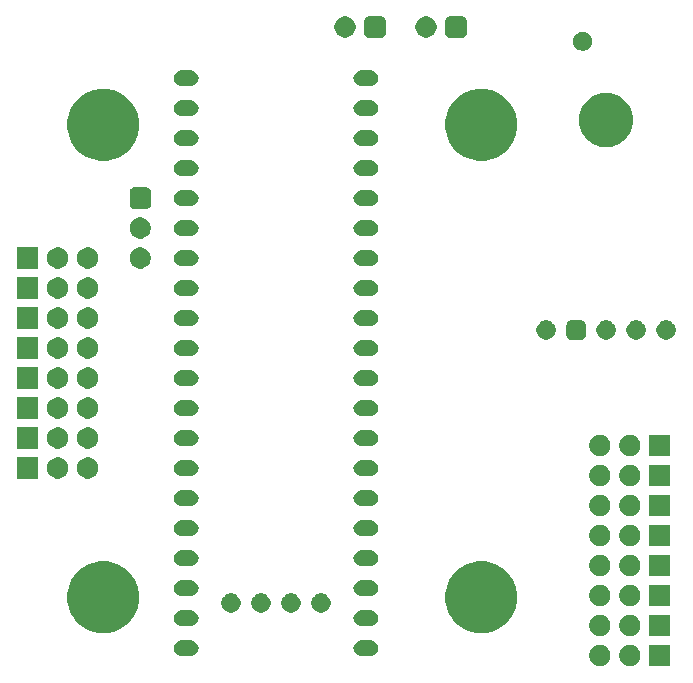
<source format=gbs>
G04 #@! TF.GenerationSoftware,KiCad,Pcbnew,5.1.5+dfsg1-2build2*
G04 #@! TF.CreationDate,2021-11-16T19:49:45+01:00*
G04 #@! TF.ProjectId,brainboard,62726169-6e62-46f6-9172-642e6b696361,rev?*
G04 #@! TF.SameCoordinates,Original*
G04 #@! TF.FileFunction,Soldermask,Bot*
G04 #@! TF.FilePolarity,Negative*
%FSLAX46Y46*%
G04 Gerber Fmt 4.6, Leading zero omitted, Abs format (unit mm)*
G04 Created by KiCad (PCBNEW 5.1.5+dfsg1-2build2) date 2021-11-16 19:49:45*
%MOMM*%
%LPD*%
G04 APERTURE LIST*
%ADD10C,0.100000*%
G04 APERTURE END LIST*
D10*
G36*
X162148512Y-114038927D02*
G01*
X162297812Y-114068624D01*
X162461784Y-114136544D01*
X162609354Y-114235147D01*
X162734853Y-114360646D01*
X162833456Y-114508216D01*
X162901376Y-114672188D01*
X162936000Y-114846259D01*
X162936000Y-115023741D01*
X162901376Y-115197812D01*
X162833456Y-115361784D01*
X162734853Y-115509354D01*
X162609354Y-115634853D01*
X162461784Y-115733456D01*
X162297812Y-115801376D01*
X162148512Y-115831073D01*
X162123742Y-115836000D01*
X161946258Y-115836000D01*
X161921488Y-115831073D01*
X161772188Y-115801376D01*
X161608216Y-115733456D01*
X161460646Y-115634853D01*
X161335147Y-115509354D01*
X161236544Y-115361784D01*
X161168624Y-115197812D01*
X161134000Y-115023741D01*
X161134000Y-114846259D01*
X161168624Y-114672188D01*
X161236544Y-114508216D01*
X161335147Y-114360646D01*
X161460646Y-114235147D01*
X161608216Y-114136544D01*
X161772188Y-114068624D01*
X161921488Y-114038927D01*
X161946258Y-114034000D01*
X162123742Y-114034000D01*
X162148512Y-114038927D01*
G37*
G36*
X164688512Y-114038927D02*
G01*
X164837812Y-114068624D01*
X165001784Y-114136544D01*
X165149354Y-114235147D01*
X165274853Y-114360646D01*
X165373456Y-114508216D01*
X165441376Y-114672188D01*
X165476000Y-114846259D01*
X165476000Y-115023741D01*
X165441376Y-115197812D01*
X165373456Y-115361784D01*
X165274853Y-115509354D01*
X165149354Y-115634853D01*
X165001784Y-115733456D01*
X164837812Y-115801376D01*
X164688512Y-115831073D01*
X164663742Y-115836000D01*
X164486258Y-115836000D01*
X164461488Y-115831073D01*
X164312188Y-115801376D01*
X164148216Y-115733456D01*
X164000646Y-115634853D01*
X163875147Y-115509354D01*
X163776544Y-115361784D01*
X163708624Y-115197812D01*
X163674000Y-115023741D01*
X163674000Y-114846259D01*
X163708624Y-114672188D01*
X163776544Y-114508216D01*
X163875147Y-114360646D01*
X164000646Y-114235147D01*
X164148216Y-114136544D01*
X164312188Y-114068624D01*
X164461488Y-114038927D01*
X164486258Y-114034000D01*
X164663742Y-114034000D01*
X164688512Y-114038927D01*
G37*
G36*
X168016000Y-115836000D02*
G01*
X166214000Y-115836000D01*
X166214000Y-114034000D01*
X168016000Y-114034000D01*
X168016000Y-115836000D01*
G37*
G36*
X142691355Y-113652140D02*
G01*
X142755118Y-113658420D01*
X142845904Y-113685960D01*
X142877836Y-113695646D01*
X142990925Y-113756094D01*
X143090054Y-113837446D01*
X143171406Y-113936575D01*
X143231854Y-114049664D01*
X143231855Y-114049668D01*
X143269080Y-114172382D01*
X143281649Y-114300000D01*
X143269080Y-114427618D01*
X143244631Y-114508216D01*
X143231854Y-114550336D01*
X143171406Y-114663425D01*
X143090054Y-114762554D01*
X142990925Y-114843906D01*
X142877836Y-114904354D01*
X142845904Y-114914040D01*
X142755118Y-114941580D01*
X142691355Y-114947860D01*
X142659474Y-114951000D01*
X141795526Y-114951000D01*
X141763645Y-114947860D01*
X141699882Y-114941580D01*
X141609096Y-114914040D01*
X141577164Y-114904354D01*
X141464075Y-114843906D01*
X141364946Y-114762554D01*
X141283594Y-114663425D01*
X141223146Y-114550336D01*
X141210369Y-114508216D01*
X141185920Y-114427618D01*
X141173351Y-114300000D01*
X141185920Y-114172382D01*
X141223145Y-114049668D01*
X141223146Y-114049664D01*
X141283594Y-113936575D01*
X141364946Y-113837446D01*
X141464075Y-113756094D01*
X141577164Y-113695646D01*
X141609096Y-113685960D01*
X141699882Y-113658420D01*
X141763645Y-113652140D01*
X141795526Y-113649000D01*
X142659474Y-113649000D01*
X142691355Y-113652140D01*
G37*
G36*
X127476355Y-113652140D02*
G01*
X127540118Y-113658420D01*
X127630904Y-113685960D01*
X127662836Y-113695646D01*
X127775925Y-113756094D01*
X127875054Y-113837446D01*
X127956406Y-113936575D01*
X128016854Y-114049664D01*
X128016855Y-114049668D01*
X128054080Y-114172382D01*
X128066649Y-114300000D01*
X128054080Y-114427618D01*
X128029631Y-114508216D01*
X128016854Y-114550336D01*
X127956406Y-114663425D01*
X127875054Y-114762554D01*
X127775925Y-114843906D01*
X127662836Y-114904354D01*
X127630904Y-114914040D01*
X127540118Y-114941580D01*
X127476355Y-114947860D01*
X127444474Y-114951000D01*
X126580526Y-114951000D01*
X126548645Y-114947860D01*
X126484882Y-114941580D01*
X126394096Y-114914040D01*
X126362164Y-114904354D01*
X126249075Y-114843906D01*
X126149946Y-114762554D01*
X126068594Y-114663425D01*
X126008146Y-114550336D01*
X125995369Y-114508216D01*
X125970920Y-114427618D01*
X125958351Y-114300000D01*
X125970920Y-114172382D01*
X126008145Y-114049668D01*
X126008146Y-114049664D01*
X126068594Y-113936575D01*
X126149946Y-113837446D01*
X126249075Y-113756094D01*
X126362164Y-113695646D01*
X126394096Y-113685960D01*
X126484882Y-113658420D01*
X126548645Y-113652140D01*
X126580526Y-113649000D01*
X127444474Y-113649000D01*
X127476355Y-113652140D01*
G37*
G36*
X162148512Y-111498927D02*
G01*
X162297812Y-111528624D01*
X162461784Y-111596544D01*
X162609354Y-111695147D01*
X162734853Y-111820646D01*
X162833456Y-111968216D01*
X162901376Y-112132188D01*
X162936000Y-112306259D01*
X162936000Y-112483741D01*
X162901376Y-112657812D01*
X162833456Y-112821784D01*
X162734853Y-112969354D01*
X162609354Y-113094853D01*
X162461784Y-113193456D01*
X162297812Y-113261376D01*
X162148512Y-113291073D01*
X162123742Y-113296000D01*
X161946258Y-113296000D01*
X161921488Y-113291073D01*
X161772188Y-113261376D01*
X161608216Y-113193456D01*
X161460646Y-113094853D01*
X161335147Y-112969354D01*
X161236544Y-112821784D01*
X161168624Y-112657812D01*
X161134000Y-112483741D01*
X161134000Y-112306259D01*
X161168624Y-112132188D01*
X161236544Y-111968216D01*
X161335147Y-111820646D01*
X161460646Y-111695147D01*
X161608216Y-111596544D01*
X161772188Y-111528624D01*
X161921488Y-111498927D01*
X161946258Y-111494000D01*
X162123742Y-111494000D01*
X162148512Y-111498927D01*
G37*
G36*
X164688512Y-111498927D02*
G01*
X164837812Y-111528624D01*
X165001784Y-111596544D01*
X165149354Y-111695147D01*
X165274853Y-111820646D01*
X165373456Y-111968216D01*
X165441376Y-112132188D01*
X165476000Y-112306259D01*
X165476000Y-112483741D01*
X165441376Y-112657812D01*
X165373456Y-112821784D01*
X165274853Y-112969354D01*
X165149354Y-113094853D01*
X165001784Y-113193456D01*
X164837812Y-113261376D01*
X164688512Y-113291073D01*
X164663742Y-113296000D01*
X164486258Y-113296000D01*
X164461488Y-113291073D01*
X164312188Y-113261376D01*
X164148216Y-113193456D01*
X164000646Y-113094853D01*
X163875147Y-112969354D01*
X163776544Y-112821784D01*
X163708624Y-112657812D01*
X163674000Y-112483741D01*
X163674000Y-112306259D01*
X163708624Y-112132188D01*
X163776544Y-111968216D01*
X163875147Y-111820646D01*
X164000646Y-111695147D01*
X164148216Y-111596544D01*
X164312188Y-111528624D01*
X164461488Y-111498927D01*
X164486258Y-111494000D01*
X164663742Y-111494000D01*
X164688512Y-111498927D01*
G37*
G36*
X168016000Y-113296000D02*
G01*
X166214000Y-113296000D01*
X166214000Y-111494000D01*
X168016000Y-111494000D01*
X168016000Y-113296000D01*
G37*
G36*
X120889943Y-107066248D02*
G01*
X121445189Y-107296238D01*
X121606078Y-107403741D01*
X121944899Y-107630134D01*
X122369866Y-108055101D01*
X122454240Y-108181376D01*
X122703762Y-108554811D01*
X122933752Y-109110057D01*
X123051000Y-109699501D01*
X123051000Y-110300499D01*
X122933752Y-110889943D01*
X122703762Y-111445189D01*
X122578683Y-111632382D01*
X122369866Y-111944899D01*
X121944899Y-112369866D01*
X121693347Y-112537948D01*
X121445189Y-112703762D01*
X120889943Y-112933752D01*
X120300499Y-113051000D01*
X119699501Y-113051000D01*
X119110057Y-112933752D01*
X118554811Y-112703762D01*
X118306653Y-112537948D01*
X118055101Y-112369866D01*
X117630134Y-111944899D01*
X117421317Y-111632382D01*
X117296238Y-111445189D01*
X117066248Y-110889943D01*
X116949000Y-110300499D01*
X116949000Y-109699501D01*
X117066248Y-109110057D01*
X117296238Y-108554811D01*
X117545760Y-108181376D01*
X117630134Y-108055101D01*
X118055101Y-107630134D01*
X118393922Y-107403741D01*
X118554811Y-107296238D01*
X119110057Y-107066248D01*
X119699501Y-106949000D01*
X120300499Y-106949000D01*
X120889943Y-107066248D01*
G37*
G36*
X152889943Y-107066248D02*
G01*
X153445189Y-107296238D01*
X153606078Y-107403741D01*
X153944899Y-107630134D01*
X154369866Y-108055101D01*
X154454240Y-108181376D01*
X154703762Y-108554811D01*
X154933752Y-109110057D01*
X155051000Y-109699501D01*
X155051000Y-110300499D01*
X154933752Y-110889943D01*
X154703762Y-111445189D01*
X154578683Y-111632382D01*
X154369866Y-111944899D01*
X153944899Y-112369866D01*
X153693347Y-112537948D01*
X153445189Y-112703762D01*
X152889943Y-112933752D01*
X152300499Y-113051000D01*
X151699501Y-113051000D01*
X151110057Y-112933752D01*
X150554811Y-112703762D01*
X150306653Y-112537948D01*
X150055101Y-112369866D01*
X149630134Y-111944899D01*
X149421317Y-111632382D01*
X149296238Y-111445189D01*
X149066248Y-110889943D01*
X148949000Y-110300499D01*
X148949000Y-109699501D01*
X149066248Y-109110057D01*
X149296238Y-108554811D01*
X149545760Y-108181376D01*
X149630134Y-108055101D01*
X150055101Y-107630134D01*
X150393922Y-107403741D01*
X150554811Y-107296238D01*
X151110057Y-107066248D01*
X151699501Y-106949000D01*
X152300499Y-106949000D01*
X152889943Y-107066248D01*
G37*
G36*
X127476355Y-111112140D02*
G01*
X127540118Y-111118420D01*
X127630904Y-111145960D01*
X127662836Y-111155646D01*
X127775925Y-111216094D01*
X127875054Y-111297446D01*
X127956406Y-111396575D01*
X128016854Y-111509664D01*
X128016855Y-111509668D01*
X128054080Y-111632382D01*
X128066649Y-111760000D01*
X128054080Y-111887618D01*
X128036704Y-111944899D01*
X128016854Y-112010336D01*
X127956406Y-112123425D01*
X127875054Y-112222554D01*
X127775925Y-112303906D01*
X127662836Y-112364354D01*
X127630904Y-112374040D01*
X127540118Y-112401580D01*
X127476355Y-112407860D01*
X127444474Y-112411000D01*
X126580526Y-112411000D01*
X126548645Y-112407860D01*
X126484882Y-112401580D01*
X126394096Y-112374040D01*
X126362164Y-112364354D01*
X126249075Y-112303906D01*
X126149946Y-112222554D01*
X126068594Y-112123425D01*
X126008146Y-112010336D01*
X125988296Y-111944899D01*
X125970920Y-111887618D01*
X125958351Y-111760000D01*
X125970920Y-111632382D01*
X126008145Y-111509668D01*
X126008146Y-111509664D01*
X126068594Y-111396575D01*
X126149946Y-111297446D01*
X126249075Y-111216094D01*
X126362164Y-111155646D01*
X126394096Y-111145960D01*
X126484882Y-111118420D01*
X126548645Y-111112140D01*
X126580526Y-111109000D01*
X127444474Y-111109000D01*
X127476355Y-111112140D01*
G37*
G36*
X142691355Y-111112140D02*
G01*
X142755118Y-111118420D01*
X142845904Y-111145960D01*
X142877836Y-111155646D01*
X142990925Y-111216094D01*
X143090054Y-111297446D01*
X143171406Y-111396575D01*
X143231854Y-111509664D01*
X143231855Y-111509668D01*
X143269080Y-111632382D01*
X143281649Y-111760000D01*
X143269080Y-111887618D01*
X143251704Y-111944899D01*
X143231854Y-112010336D01*
X143171406Y-112123425D01*
X143090054Y-112222554D01*
X142990925Y-112303906D01*
X142877836Y-112364354D01*
X142845904Y-112374040D01*
X142755118Y-112401580D01*
X142691355Y-112407860D01*
X142659474Y-112411000D01*
X141795526Y-112411000D01*
X141763645Y-112407860D01*
X141699882Y-112401580D01*
X141609096Y-112374040D01*
X141577164Y-112364354D01*
X141464075Y-112303906D01*
X141364946Y-112222554D01*
X141283594Y-112123425D01*
X141223146Y-112010336D01*
X141203296Y-111944899D01*
X141185920Y-111887618D01*
X141173351Y-111760000D01*
X141185920Y-111632382D01*
X141223145Y-111509668D01*
X141223146Y-111509664D01*
X141283594Y-111396575D01*
X141364946Y-111297446D01*
X141464075Y-111216094D01*
X141577164Y-111155646D01*
X141609096Y-111145960D01*
X141699882Y-111118420D01*
X141763645Y-111112140D01*
X141795526Y-111109000D01*
X142659474Y-111109000D01*
X142691355Y-111112140D01*
G37*
G36*
X131047142Y-109708242D02*
G01*
X131195101Y-109769529D01*
X131328255Y-109858499D01*
X131441501Y-109971745D01*
X131530471Y-110104899D01*
X131591758Y-110252858D01*
X131623000Y-110409925D01*
X131623000Y-110570075D01*
X131591758Y-110727142D01*
X131530471Y-110875101D01*
X131441501Y-111008255D01*
X131328255Y-111121501D01*
X131195101Y-111210471D01*
X131047142Y-111271758D01*
X130890075Y-111303000D01*
X130729925Y-111303000D01*
X130572858Y-111271758D01*
X130424899Y-111210471D01*
X130291745Y-111121501D01*
X130178499Y-111008255D01*
X130089529Y-110875101D01*
X130028242Y-110727142D01*
X129997000Y-110570075D01*
X129997000Y-110409925D01*
X130028242Y-110252858D01*
X130089529Y-110104899D01*
X130178499Y-109971745D01*
X130291745Y-109858499D01*
X130424899Y-109769529D01*
X130572858Y-109708242D01*
X130729925Y-109677000D01*
X130890075Y-109677000D01*
X131047142Y-109708242D01*
G37*
G36*
X133587142Y-109708242D02*
G01*
X133735101Y-109769529D01*
X133868255Y-109858499D01*
X133981501Y-109971745D01*
X134070471Y-110104899D01*
X134131758Y-110252858D01*
X134163000Y-110409925D01*
X134163000Y-110570075D01*
X134131758Y-110727142D01*
X134070471Y-110875101D01*
X133981501Y-111008255D01*
X133868255Y-111121501D01*
X133735101Y-111210471D01*
X133587142Y-111271758D01*
X133430075Y-111303000D01*
X133269925Y-111303000D01*
X133112858Y-111271758D01*
X132964899Y-111210471D01*
X132831745Y-111121501D01*
X132718499Y-111008255D01*
X132629529Y-110875101D01*
X132568242Y-110727142D01*
X132537000Y-110570075D01*
X132537000Y-110409925D01*
X132568242Y-110252858D01*
X132629529Y-110104899D01*
X132718499Y-109971745D01*
X132831745Y-109858499D01*
X132964899Y-109769529D01*
X133112858Y-109708242D01*
X133269925Y-109677000D01*
X133430075Y-109677000D01*
X133587142Y-109708242D01*
G37*
G36*
X136127142Y-109708242D02*
G01*
X136275101Y-109769529D01*
X136408255Y-109858499D01*
X136521501Y-109971745D01*
X136610471Y-110104899D01*
X136671758Y-110252858D01*
X136703000Y-110409925D01*
X136703000Y-110570075D01*
X136671758Y-110727142D01*
X136610471Y-110875101D01*
X136521501Y-111008255D01*
X136408255Y-111121501D01*
X136275101Y-111210471D01*
X136127142Y-111271758D01*
X135970075Y-111303000D01*
X135809925Y-111303000D01*
X135652858Y-111271758D01*
X135504899Y-111210471D01*
X135371745Y-111121501D01*
X135258499Y-111008255D01*
X135169529Y-110875101D01*
X135108242Y-110727142D01*
X135077000Y-110570075D01*
X135077000Y-110409925D01*
X135108242Y-110252858D01*
X135169529Y-110104899D01*
X135258499Y-109971745D01*
X135371745Y-109858499D01*
X135504899Y-109769529D01*
X135652858Y-109708242D01*
X135809925Y-109677000D01*
X135970075Y-109677000D01*
X136127142Y-109708242D01*
G37*
G36*
X138667142Y-109708242D02*
G01*
X138815101Y-109769529D01*
X138948255Y-109858499D01*
X139061501Y-109971745D01*
X139150471Y-110104899D01*
X139211758Y-110252858D01*
X139243000Y-110409925D01*
X139243000Y-110570075D01*
X139211758Y-110727142D01*
X139150471Y-110875101D01*
X139061501Y-111008255D01*
X138948255Y-111121501D01*
X138815101Y-111210471D01*
X138667142Y-111271758D01*
X138510075Y-111303000D01*
X138349925Y-111303000D01*
X138192858Y-111271758D01*
X138044899Y-111210471D01*
X137911745Y-111121501D01*
X137798499Y-111008255D01*
X137709529Y-110875101D01*
X137648242Y-110727142D01*
X137617000Y-110570075D01*
X137617000Y-110409925D01*
X137648242Y-110252858D01*
X137709529Y-110104899D01*
X137798499Y-109971745D01*
X137911745Y-109858499D01*
X138044899Y-109769529D01*
X138192858Y-109708242D01*
X138349925Y-109677000D01*
X138510075Y-109677000D01*
X138667142Y-109708242D01*
G37*
G36*
X164688512Y-108958927D02*
G01*
X164837812Y-108988624D01*
X165001784Y-109056544D01*
X165149354Y-109155147D01*
X165274853Y-109280646D01*
X165373456Y-109428216D01*
X165441376Y-109592188D01*
X165476000Y-109766259D01*
X165476000Y-109943741D01*
X165441376Y-110117812D01*
X165373456Y-110281784D01*
X165274853Y-110429354D01*
X165149354Y-110554853D01*
X165001784Y-110653456D01*
X164837812Y-110721376D01*
X164688512Y-110751073D01*
X164663742Y-110756000D01*
X164486258Y-110756000D01*
X164461488Y-110751073D01*
X164312188Y-110721376D01*
X164148216Y-110653456D01*
X164000646Y-110554853D01*
X163875147Y-110429354D01*
X163776544Y-110281784D01*
X163708624Y-110117812D01*
X163674000Y-109943741D01*
X163674000Y-109766259D01*
X163708624Y-109592188D01*
X163776544Y-109428216D01*
X163875147Y-109280646D01*
X164000646Y-109155147D01*
X164148216Y-109056544D01*
X164312188Y-108988624D01*
X164461488Y-108958927D01*
X164486258Y-108954000D01*
X164663742Y-108954000D01*
X164688512Y-108958927D01*
G37*
G36*
X162148512Y-108958927D02*
G01*
X162297812Y-108988624D01*
X162461784Y-109056544D01*
X162609354Y-109155147D01*
X162734853Y-109280646D01*
X162833456Y-109428216D01*
X162901376Y-109592188D01*
X162936000Y-109766259D01*
X162936000Y-109943741D01*
X162901376Y-110117812D01*
X162833456Y-110281784D01*
X162734853Y-110429354D01*
X162609354Y-110554853D01*
X162461784Y-110653456D01*
X162297812Y-110721376D01*
X162148512Y-110751073D01*
X162123742Y-110756000D01*
X161946258Y-110756000D01*
X161921488Y-110751073D01*
X161772188Y-110721376D01*
X161608216Y-110653456D01*
X161460646Y-110554853D01*
X161335147Y-110429354D01*
X161236544Y-110281784D01*
X161168624Y-110117812D01*
X161134000Y-109943741D01*
X161134000Y-109766259D01*
X161168624Y-109592188D01*
X161236544Y-109428216D01*
X161335147Y-109280646D01*
X161460646Y-109155147D01*
X161608216Y-109056544D01*
X161772188Y-108988624D01*
X161921488Y-108958927D01*
X161946258Y-108954000D01*
X162123742Y-108954000D01*
X162148512Y-108958927D01*
G37*
G36*
X168016000Y-110756000D02*
G01*
X166214000Y-110756000D01*
X166214000Y-108954000D01*
X168016000Y-108954000D01*
X168016000Y-110756000D01*
G37*
G36*
X142691355Y-108572140D02*
G01*
X142755118Y-108578420D01*
X142845904Y-108605960D01*
X142877836Y-108615646D01*
X142990925Y-108676094D01*
X143090054Y-108757446D01*
X143171406Y-108856575D01*
X143231854Y-108969664D01*
X143231855Y-108969668D01*
X143269080Y-109092382D01*
X143281649Y-109220000D01*
X143269080Y-109347618D01*
X143244631Y-109428216D01*
X143231854Y-109470336D01*
X143171406Y-109583425D01*
X143090054Y-109682554D01*
X142990925Y-109763906D01*
X142877836Y-109824354D01*
X142845904Y-109834040D01*
X142755118Y-109861580D01*
X142691355Y-109867860D01*
X142659474Y-109871000D01*
X141795526Y-109871000D01*
X141763645Y-109867860D01*
X141699882Y-109861580D01*
X141609096Y-109834040D01*
X141577164Y-109824354D01*
X141464075Y-109763906D01*
X141364946Y-109682554D01*
X141283594Y-109583425D01*
X141223146Y-109470336D01*
X141210369Y-109428216D01*
X141185920Y-109347618D01*
X141173351Y-109220000D01*
X141185920Y-109092382D01*
X141223145Y-108969668D01*
X141223146Y-108969664D01*
X141283594Y-108856575D01*
X141364946Y-108757446D01*
X141464075Y-108676094D01*
X141577164Y-108615646D01*
X141609096Y-108605960D01*
X141699882Y-108578420D01*
X141763645Y-108572140D01*
X141795526Y-108569000D01*
X142659474Y-108569000D01*
X142691355Y-108572140D01*
G37*
G36*
X127476355Y-108572140D02*
G01*
X127540118Y-108578420D01*
X127630904Y-108605960D01*
X127662836Y-108615646D01*
X127775925Y-108676094D01*
X127875054Y-108757446D01*
X127956406Y-108856575D01*
X128016854Y-108969664D01*
X128016855Y-108969668D01*
X128054080Y-109092382D01*
X128066649Y-109220000D01*
X128054080Y-109347618D01*
X128029631Y-109428216D01*
X128016854Y-109470336D01*
X127956406Y-109583425D01*
X127875054Y-109682554D01*
X127775925Y-109763906D01*
X127662836Y-109824354D01*
X127630904Y-109834040D01*
X127540118Y-109861580D01*
X127476355Y-109867860D01*
X127444474Y-109871000D01*
X126580526Y-109871000D01*
X126548645Y-109867860D01*
X126484882Y-109861580D01*
X126394096Y-109834040D01*
X126362164Y-109824354D01*
X126249075Y-109763906D01*
X126149946Y-109682554D01*
X126068594Y-109583425D01*
X126008146Y-109470336D01*
X125995369Y-109428216D01*
X125970920Y-109347618D01*
X125958351Y-109220000D01*
X125970920Y-109092382D01*
X126008145Y-108969668D01*
X126008146Y-108969664D01*
X126068594Y-108856575D01*
X126149946Y-108757446D01*
X126249075Y-108676094D01*
X126362164Y-108615646D01*
X126394096Y-108605960D01*
X126484882Y-108578420D01*
X126548645Y-108572140D01*
X126580526Y-108569000D01*
X127444474Y-108569000D01*
X127476355Y-108572140D01*
G37*
G36*
X162148512Y-106418927D02*
G01*
X162297812Y-106448624D01*
X162461784Y-106516544D01*
X162609354Y-106615147D01*
X162734853Y-106740646D01*
X162833456Y-106888216D01*
X162901376Y-107052188D01*
X162936000Y-107226259D01*
X162936000Y-107403741D01*
X162901376Y-107577812D01*
X162833456Y-107741784D01*
X162734853Y-107889354D01*
X162609354Y-108014853D01*
X162461784Y-108113456D01*
X162297812Y-108181376D01*
X162148512Y-108211073D01*
X162123742Y-108216000D01*
X161946258Y-108216000D01*
X161921488Y-108211073D01*
X161772188Y-108181376D01*
X161608216Y-108113456D01*
X161460646Y-108014853D01*
X161335147Y-107889354D01*
X161236544Y-107741784D01*
X161168624Y-107577812D01*
X161134000Y-107403741D01*
X161134000Y-107226259D01*
X161168624Y-107052188D01*
X161236544Y-106888216D01*
X161335147Y-106740646D01*
X161460646Y-106615147D01*
X161608216Y-106516544D01*
X161772188Y-106448624D01*
X161921488Y-106418927D01*
X161946258Y-106414000D01*
X162123742Y-106414000D01*
X162148512Y-106418927D01*
G37*
G36*
X164688512Y-106418927D02*
G01*
X164837812Y-106448624D01*
X165001784Y-106516544D01*
X165149354Y-106615147D01*
X165274853Y-106740646D01*
X165373456Y-106888216D01*
X165441376Y-107052188D01*
X165476000Y-107226259D01*
X165476000Y-107403741D01*
X165441376Y-107577812D01*
X165373456Y-107741784D01*
X165274853Y-107889354D01*
X165149354Y-108014853D01*
X165001784Y-108113456D01*
X164837812Y-108181376D01*
X164688512Y-108211073D01*
X164663742Y-108216000D01*
X164486258Y-108216000D01*
X164461488Y-108211073D01*
X164312188Y-108181376D01*
X164148216Y-108113456D01*
X164000646Y-108014853D01*
X163875147Y-107889354D01*
X163776544Y-107741784D01*
X163708624Y-107577812D01*
X163674000Y-107403741D01*
X163674000Y-107226259D01*
X163708624Y-107052188D01*
X163776544Y-106888216D01*
X163875147Y-106740646D01*
X164000646Y-106615147D01*
X164148216Y-106516544D01*
X164312188Y-106448624D01*
X164461488Y-106418927D01*
X164486258Y-106414000D01*
X164663742Y-106414000D01*
X164688512Y-106418927D01*
G37*
G36*
X168016000Y-108216000D02*
G01*
X166214000Y-108216000D01*
X166214000Y-106414000D01*
X168016000Y-106414000D01*
X168016000Y-108216000D01*
G37*
G36*
X127476355Y-106032140D02*
G01*
X127540118Y-106038420D01*
X127630904Y-106065960D01*
X127662836Y-106075646D01*
X127775925Y-106136094D01*
X127875054Y-106217446D01*
X127956406Y-106316575D01*
X128016854Y-106429664D01*
X128016855Y-106429668D01*
X128054080Y-106552382D01*
X128066649Y-106680000D01*
X128054080Y-106807618D01*
X128029631Y-106888216D01*
X128016854Y-106930336D01*
X127956406Y-107043425D01*
X127875054Y-107142554D01*
X127775925Y-107223906D01*
X127662836Y-107284354D01*
X127630904Y-107294040D01*
X127540118Y-107321580D01*
X127476355Y-107327860D01*
X127444474Y-107331000D01*
X126580526Y-107331000D01*
X126548645Y-107327860D01*
X126484882Y-107321580D01*
X126394096Y-107294040D01*
X126362164Y-107284354D01*
X126249075Y-107223906D01*
X126149946Y-107142554D01*
X126068594Y-107043425D01*
X126008146Y-106930336D01*
X125995369Y-106888216D01*
X125970920Y-106807618D01*
X125958351Y-106680000D01*
X125970920Y-106552382D01*
X126008145Y-106429668D01*
X126008146Y-106429664D01*
X126068594Y-106316575D01*
X126149946Y-106217446D01*
X126249075Y-106136094D01*
X126362164Y-106075646D01*
X126394096Y-106065960D01*
X126484882Y-106038420D01*
X126548645Y-106032140D01*
X126580526Y-106029000D01*
X127444474Y-106029000D01*
X127476355Y-106032140D01*
G37*
G36*
X142691355Y-106032140D02*
G01*
X142755118Y-106038420D01*
X142845904Y-106065960D01*
X142877836Y-106075646D01*
X142990925Y-106136094D01*
X143090054Y-106217446D01*
X143171406Y-106316575D01*
X143231854Y-106429664D01*
X143231855Y-106429668D01*
X143269080Y-106552382D01*
X143281649Y-106680000D01*
X143269080Y-106807618D01*
X143244631Y-106888216D01*
X143231854Y-106930336D01*
X143171406Y-107043425D01*
X143090054Y-107142554D01*
X142990925Y-107223906D01*
X142877836Y-107284354D01*
X142845904Y-107294040D01*
X142755118Y-107321580D01*
X142691355Y-107327860D01*
X142659474Y-107331000D01*
X141795526Y-107331000D01*
X141763645Y-107327860D01*
X141699882Y-107321580D01*
X141609096Y-107294040D01*
X141577164Y-107284354D01*
X141464075Y-107223906D01*
X141364946Y-107142554D01*
X141283594Y-107043425D01*
X141223146Y-106930336D01*
X141210369Y-106888216D01*
X141185920Y-106807618D01*
X141173351Y-106680000D01*
X141185920Y-106552382D01*
X141223145Y-106429668D01*
X141223146Y-106429664D01*
X141283594Y-106316575D01*
X141364946Y-106217446D01*
X141464075Y-106136094D01*
X141577164Y-106075646D01*
X141609096Y-106065960D01*
X141699882Y-106038420D01*
X141763645Y-106032140D01*
X141795526Y-106029000D01*
X142659474Y-106029000D01*
X142691355Y-106032140D01*
G37*
G36*
X164688512Y-103878927D02*
G01*
X164837812Y-103908624D01*
X165001784Y-103976544D01*
X165149354Y-104075147D01*
X165274853Y-104200646D01*
X165373456Y-104348216D01*
X165441376Y-104512188D01*
X165476000Y-104686259D01*
X165476000Y-104863741D01*
X165441376Y-105037812D01*
X165373456Y-105201784D01*
X165274853Y-105349354D01*
X165149354Y-105474853D01*
X165001784Y-105573456D01*
X164837812Y-105641376D01*
X164688512Y-105671073D01*
X164663742Y-105676000D01*
X164486258Y-105676000D01*
X164461488Y-105671073D01*
X164312188Y-105641376D01*
X164148216Y-105573456D01*
X164000646Y-105474853D01*
X163875147Y-105349354D01*
X163776544Y-105201784D01*
X163708624Y-105037812D01*
X163674000Y-104863741D01*
X163674000Y-104686259D01*
X163708624Y-104512188D01*
X163776544Y-104348216D01*
X163875147Y-104200646D01*
X164000646Y-104075147D01*
X164148216Y-103976544D01*
X164312188Y-103908624D01*
X164461488Y-103878927D01*
X164486258Y-103874000D01*
X164663742Y-103874000D01*
X164688512Y-103878927D01*
G37*
G36*
X168016000Y-105676000D02*
G01*
X166214000Y-105676000D01*
X166214000Y-103874000D01*
X168016000Y-103874000D01*
X168016000Y-105676000D01*
G37*
G36*
X162148512Y-103878927D02*
G01*
X162297812Y-103908624D01*
X162461784Y-103976544D01*
X162609354Y-104075147D01*
X162734853Y-104200646D01*
X162833456Y-104348216D01*
X162901376Y-104512188D01*
X162936000Y-104686259D01*
X162936000Y-104863741D01*
X162901376Y-105037812D01*
X162833456Y-105201784D01*
X162734853Y-105349354D01*
X162609354Y-105474853D01*
X162461784Y-105573456D01*
X162297812Y-105641376D01*
X162148512Y-105671073D01*
X162123742Y-105676000D01*
X161946258Y-105676000D01*
X161921488Y-105671073D01*
X161772188Y-105641376D01*
X161608216Y-105573456D01*
X161460646Y-105474853D01*
X161335147Y-105349354D01*
X161236544Y-105201784D01*
X161168624Y-105037812D01*
X161134000Y-104863741D01*
X161134000Y-104686259D01*
X161168624Y-104512188D01*
X161236544Y-104348216D01*
X161335147Y-104200646D01*
X161460646Y-104075147D01*
X161608216Y-103976544D01*
X161772188Y-103908624D01*
X161921488Y-103878927D01*
X161946258Y-103874000D01*
X162123742Y-103874000D01*
X162148512Y-103878927D01*
G37*
G36*
X142691355Y-103492140D02*
G01*
X142755118Y-103498420D01*
X142845904Y-103525960D01*
X142877836Y-103535646D01*
X142990925Y-103596094D01*
X143090054Y-103677446D01*
X143171406Y-103776575D01*
X143231854Y-103889664D01*
X143231855Y-103889668D01*
X143269080Y-104012382D01*
X143281649Y-104140000D01*
X143269080Y-104267618D01*
X143244631Y-104348216D01*
X143231854Y-104390336D01*
X143171406Y-104503425D01*
X143090054Y-104602554D01*
X142990925Y-104683906D01*
X142877836Y-104744354D01*
X142845904Y-104754040D01*
X142755118Y-104781580D01*
X142691355Y-104787860D01*
X142659474Y-104791000D01*
X141795526Y-104791000D01*
X141763645Y-104787860D01*
X141699882Y-104781580D01*
X141609096Y-104754040D01*
X141577164Y-104744354D01*
X141464075Y-104683906D01*
X141364946Y-104602554D01*
X141283594Y-104503425D01*
X141223146Y-104390336D01*
X141210369Y-104348216D01*
X141185920Y-104267618D01*
X141173351Y-104140000D01*
X141185920Y-104012382D01*
X141223145Y-103889668D01*
X141223146Y-103889664D01*
X141283594Y-103776575D01*
X141364946Y-103677446D01*
X141464075Y-103596094D01*
X141577164Y-103535646D01*
X141609096Y-103525960D01*
X141699882Y-103498420D01*
X141763645Y-103492140D01*
X141795526Y-103489000D01*
X142659474Y-103489000D01*
X142691355Y-103492140D01*
G37*
G36*
X127476355Y-103492140D02*
G01*
X127540118Y-103498420D01*
X127630904Y-103525960D01*
X127662836Y-103535646D01*
X127775925Y-103596094D01*
X127875054Y-103677446D01*
X127956406Y-103776575D01*
X128016854Y-103889664D01*
X128016855Y-103889668D01*
X128054080Y-104012382D01*
X128066649Y-104140000D01*
X128054080Y-104267618D01*
X128029631Y-104348216D01*
X128016854Y-104390336D01*
X127956406Y-104503425D01*
X127875054Y-104602554D01*
X127775925Y-104683906D01*
X127662836Y-104744354D01*
X127630904Y-104754040D01*
X127540118Y-104781580D01*
X127476355Y-104787860D01*
X127444474Y-104791000D01*
X126580526Y-104791000D01*
X126548645Y-104787860D01*
X126484882Y-104781580D01*
X126394096Y-104754040D01*
X126362164Y-104744354D01*
X126249075Y-104683906D01*
X126149946Y-104602554D01*
X126068594Y-104503425D01*
X126008146Y-104390336D01*
X125995369Y-104348216D01*
X125970920Y-104267618D01*
X125958351Y-104140000D01*
X125970920Y-104012382D01*
X126008145Y-103889668D01*
X126008146Y-103889664D01*
X126068594Y-103776575D01*
X126149946Y-103677446D01*
X126249075Y-103596094D01*
X126362164Y-103535646D01*
X126394096Y-103525960D01*
X126484882Y-103498420D01*
X126548645Y-103492140D01*
X126580526Y-103489000D01*
X127444474Y-103489000D01*
X127476355Y-103492140D01*
G37*
G36*
X164688512Y-101338927D02*
G01*
X164837812Y-101368624D01*
X165001784Y-101436544D01*
X165149354Y-101535147D01*
X165274853Y-101660646D01*
X165373456Y-101808216D01*
X165441376Y-101972188D01*
X165476000Y-102146259D01*
X165476000Y-102323741D01*
X165441376Y-102497812D01*
X165373456Y-102661784D01*
X165274853Y-102809354D01*
X165149354Y-102934853D01*
X165001784Y-103033456D01*
X164837812Y-103101376D01*
X164688512Y-103131073D01*
X164663742Y-103136000D01*
X164486258Y-103136000D01*
X164461488Y-103131073D01*
X164312188Y-103101376D01*
X164148216Y-103033456D01*
X164000646Y-102934853D01*
X163875147Y-102809354D01*
X163776544Y-102661784D01*
X163708624Y-102497812D01*
X163674000Y-102323741D01*
X163674000Y-102146259D01*
X163708624Y-101972188D01*
X163776544Y-101808216D01*
X163875147Y-101660646D01*
X164000646Y-101535147D01*
X164148216Y-101436544D01*
X164312188Y-101368624D01*
X164461488Y-101338927D01*
X164486258Y-101334000D01*
X164663742Y-101334000D01*
X164688512Y-101338927D01*
G37*
G36*
X162148512Y-101338927D02*
G01*
X162297812Y-101368624D01*
X162461784Y-101436544D01*
X162609354Y-101535147D01*
X162734853Y-101660646D01*
X162833456Y-101808216D01*
X162901376Y-101972188D01*
X162936000Y-102146259D01*
X162936000Y-102323741D01*
X162901376Y-102497812D01*
X162833456Y-102661784D01*
X162734853Y-102809354D01*
X162609354Y-102934853D01*
X162461784Y-103033456D01*
X162297812Y-103101376D01*
X162148512Y-103131073D01*
X162123742Y-103136000D01*
X161946258Y-103136000D01*
X161921488Y-103131073D01*
X161772188Y-103101376D01*
X161608216Y-103033456D01*
X161460646Y-102934853D01*
X161335147Y-102809354D01*
X161236544Y-102661784D01*
X161168624Y-102497812D01*
X161134000Y-102323741D01*
X161134000Y-102146259D01*
X161168624Y-101972188D01*
X161236544Y-101808216D01*
X161335147Y-101660646D01*
X161460646Y-101535147D01*
X161608216Y-101436544D01*
X161772188Y-101368624D01*
X161921488Y-101338927D01*
X161946258Y-101334000D01*
X162123742Y-101334000D01*
X162148512Y-101338927D01*
G37*
G36*
X168016000Y-103136000D02*
G01*
X166214000Y-103136000D01*
X166214000Y-101334000D01*
X168016000Y-101334000D01*
X168016000Y-103136000D01*
G37*
G36*
X127476355Y-100952140D02*
G01*
X127540118Y-100958420D01*
X127630904Y-100985960D01*
X127662836Y-100995646D01*
X127775925Y-101056094D01*
X127875054Y-101137446D01*
X127956406Y-101236575D01*
X128016854Y-101349664D01*
X128016855Y-101349668D01*
X128054080Y-101472382D01*
X128066649Y-101600000D01*
X128054080Y-101727618D01*
X128029631Y-101808216D01*
X128016854Y-101850336D01*
X127956406Y-101963425D01*
X127875054Y-102062554D01*
X127775925Y-102143906D01*
X127662836Y-102204354D01*
X127630904Y-102214040D01*
X127540118Y-102241580D01*
X127476355Y-102247860D01*
X127444474Y-102251000D01*
X126580526Y-102251000D01*
X126548645Y-102247860D01*
X126484882Y-102241580D01*
X126394096Y-102214040D01*
X126362164Y-102204354D01*
X126249075Y-102143906D01*
X126149946Y-102062554D01*
X126068594Y-101963425D01*
X126008146Y-101850336D01*
X125995369Y-101808216D01*
X125970920Y-101727618D01*
X125958351Y-101600000D01*
X125970920Y-101472382D01*
X126008145Y-101349668D01*
X126008146Y-101349664D01*
X126068594Y-101236575D01*
X126149946Y-101137446D01*
X126249075Y-101056094D01*
X126362164Y-100995646D01*
X126394096Y-100985960D01*
X126484882Y-100958420D01*
X126548645Y-100952140D01*
X126580526Y-100949000D01*
X127444474Y-100949000D01*
X127476355Y-100952140D01*
G37*
G36*
X142691355Y-100952140D02*
G01*
X142755118Y-100958420D01*
X142845904Y-100985960D01*
X142877836Y-100995646D01*
X142990925Y-101056094D01*
X143090054Y-101137446D01*
X143171406Y-101236575D01*
X143231854Y-101349664D01*
X143231855Y-101349668D01*
X143269080Y-101472382D01*
X143281649Y-101600000D01*
X143269080Y-101727618D01*
X143244631Y-101808216D01*
X143231854Y-101850336D01*
X143171406Y-101963425D01*
X143090054Y-102062554D01*
X142990925Y-102143906D01*
X142877836Y-102204354D01*
X142845904Y-102214040D01*
X142755118Y-102241580D01*
X142691355Y-102247860D01*
X142659474Y-102251000D01*
X141795526Y-102251000D01*
X141763645Y-102247860D01*
X141699882Y-102241580D01*
X141609096Y-102214040D01*
X141577164Y-102204354D01*
X141464075Y-102143906D01*
X141364946Y-102062554D01*
X141283594Y-101963425D01*
X141223146Y-101850336D01*
X141210369Y-101808216D01*
X141185920Y-101727618D01*
X141173351Y-101600000D01*
X141185920Y-101472382D01*
X141223145Y-101349668D01*
X141223146Y-101349664D01*
X141283594Y-101236575D01*
X141364946Y-101137446D01*
X141464075Y-101056094D01*
X141577164Y-100995646D01*
X141609096Y-100985960D01*
X141699882Y-100958420D01*
X141763645Y-100952140D01*
X141795526Y-100949000D01*
X142659474Y-100949000D01*
X142691355Y-100952140D01*
G37*
G36*
X164679769Y-98797188D02*
G01*
X164837812Y-98828624D01*
X165001784Y-98896544D01*
X165149354Y-98995147D01*
X165274853Y-99120646D01*
X165373456Y-99268216D01*
X165441376Y-99432188D01*
X165476000Y-99606259D01*
X165476000Y-99783741D01*
X165441376Y-99957812D01*
X165373456Y-100121784D01*
X165274853Y-100269354D01*
X165149354Y-100394853D01*
X165001784Y-100493456D01*
X164837812Y-100561376D01*
X164688512Y-100591073D01*
X164663742Y-100596000D01*
X164486258Y-100596000D01*
X164461488Y-100591073D01*
X164312188Y-100561376D01*
X164148216Y-100493456D01*
X164000646Y-100394853D01*
X163875147Y-100269354D01*
X163776544Y-100121784D01*
X163708624Y-99957812D01*
X163674000Y-99783741D01*
X163674000Y-99606259D01*
X163708624Y-99432188D01*
X163776544Y-99268216D01*
X163875147Y-99120646D01*
X164000646Y-98995147D01*
X164148216Y-98896544D01*
X164312188Y-98828624D01*
X164470231Y-98797188D01*
X164486258Y-98794000D01*
X164663742Y-98794000D01*
X164679769Y-98797188D01*
G37*
G36*
X168016000Y-100596000D02*
G01*
X166214000Y-100596000D01*
X166214000Y-98794000D01*
X168016000Y-98794000D01*
X168016000Y-100596000D01*
G37*
G36*
X162139769Y-98797188D02*
G01*
X162297812Y-98828624D01*
X162461784Y-98896544D01*
X162609354Y-98995147D01*
X162734853Y-99120646D01*
X162833456Y-99268216D01*
X162901376Y-99432188D01*
X162936000Y-99606259D01*
X162936000Y-99783741D01*
X162901376Y-99957812D01*
X162833456Y-100121784D01*
X162734853Y-100269354D01*
X162609354Y-100394853D01*
X162461784Y-100493456D01*
X162297812Y-100561376D01*
X162148512Y-100591073D01*
X162123742Y-100596000D01*
X161946258Y-100596000D01*
X161921488Y-100591073D01*
X161772188Y-100561376D01*
X161608216Y-100493456D01*
X161460646Y-100394853D01*
X161335147Y-100269354D01*
X161236544Y-100121784D01*
X161168624Y-99957812D01*
X161134000Y-99783741D01*
X161134000Y-99606259D01*
X161168624Y-99432188D01*
X161236544Y-99268216D01*
X161335147Y-99120646D01*
X161460646Y-98995147D01*
X161608216Y-98896544D01*
X161772188Y-98828624D01*
X161930231Y-98797188D01*
X161946258Y-98794000D01*
X162123742Y-98794000D01*
X162139769Y-98797188D01*
G37*
G36*
X114502500Y-99961000D02*
G01*
X112700500Y-99961000D01*
X112700500Y-98159000D01*
X114502500Y-98159000D01*
X114502500Y-99961000D01*
G37*
G36*
X116255012Y-98163927D02*
G01*
X116404312Y-98193624D01*
X116568284Y-98261544D01*
X116715854Y-98360147D01*
X116841353Y-98485646D01*
X116939956Y-98633216D01*
X117007876Y-98797188D01*
X117042500Y-98971259D01*
X117042500Y-99148741D01*
X117007876Y-99322812D01*
X116939956Y-99486784D01*
X116841353Y-99634354D01*
X116715854Y-99759853D01*
X116568284Y-99858456D01*
X116404312Y-99926376D01*
X116255012Y-99956073D01*
X116230242Y-99961000D01*
X116052758Y-99961000D01*
X116027988Y-99956073D01*
X115878688Y-99926376D01*
X115714716Y-99858456D01*
X115567146Y-99759853D01*
X115441647Y-99634354D01*
X115343044Y-99486784D01*
X115275124Y-99322812D01*
X115240500Y-99148741D01*
X115240500Y-98971259D01*
X115275124Y-98797188D01*
X115343044Y-98633216D01*
X115441647Y-98485646D01*
X115567146Y-98360147D01*
X115714716Y-98261544D01*
X115878688Y-98193624D01*
X116027988Y-98163927D01*
X116052758Y-98159000D01*
X116230242Y-98159000D01*
X116255012Y-98163927D01*
G37*
G36*
X118795012Y-98163927D02*
G01*
X118944312Y-98193624D01*
X119108284Y-98261544D01*
X119255854Y-98360147D01*
X119381353Y-98485646D01*
X119479956Y-98633216D01*
X119547876Y-98797188D01*
X119582500Y-98971259D01*
X119582500Y-99148741D01*
X119547876Y-99322812D01*
X119479956Y-99486784D01*
X119381353Y-99634354D01*
X119255854Y-99759853D01*
X119108284Y-99858456D01*
X118944312Y-99926376D01*
X118795012Y-99956073D01*
X118770242Y-99961000D01*
X118592758Y-99961000D01*
X118567988Y-99956073D01*
X118418688Y-99926376D01*
X118254716Y-99858456D01*
X118107146Y-99759853D01*
X117981647Y-99634354D01*
X117883044Y-99486784D01*
X117815124Y-99322812D01*
X117780500Y-99148741D01*
X117780500Y-98971259D01*
X117815124Y-98797188D01*
X117883044Y-98633216D01*
X117981647Y-98485646D01*
X118107146Y-98360147D01*
X118254716Y-98261544D01*
X118418688Y-98193624D01*
X118567988Y-98163927D01*
X118592758Y-98159000D01*
X118770242Y-98159000D01*
X118795012Y-98163927D01*
G37*
G36*
X127476355Y-98412140D02*
G01*
X127540118Y-98418420D01*
X127630904Y-98445960D01*
X127662836Y-98455646D01*
X127775925Y-98516094D01*
X127875054Y-98597446D01*
X127956406Y-98696575D01*
X128016854Y-98809664D01*
X128016855Y-98809668D01*
X128054080Y-98932382D01*
X128066649Y-99060000D01*
X128054080Y-99187618D01*
X128029631Y-99268216D01*
X128016854Y-99310336D01*
X127956406Y-99423425D01*
X127875054Y-99522554D01*
X127775925Y-99603906D01*
X127662836Y-99664354D01*
X127630904Y-99674040D01*
X127540118Y-99701580D01*
X127476355Y-99707860D01*
X127444474Y-99711000D01*
X126580526Y-99711000D01*
X126548645Y-99707860D01*
X126484882Y-99701580D01*
X126394096Y-99674040D01*
X126362164Y-99664354D01*
X126249075Y-99603906D01*
X126149946Y-99522554D01*
X126068594Y-99423425D01*
X126008146Y-99310336D01*
X125995369Y-99268216D01*
X125970920Y-99187618D01*
X125958351Y-99060000D01*
X125970920Y-98932382D01*
X126008145Y-98809668D01*
X126008146Y-98809664D01*
X126068594Y-98696575D01*
X126149946Y-98597446D01*
X126249075Y-98516094D01*
X126362164Y-98455646D01*
X126394096Y-98445960D01*
X126484882Y-98418420D01*
X126548645Y-98412140D01*
X126580526Y-98409000D01*
X127444474Y-98409000D01*
X127476355Y-98412140D01*
G37*
G36*
X142691355Y-98412140D02*
G01*
X142755118Y-98418420D01*
X142845904Y-98445960D01*
X142877836Y-98455646D01*
X142990925Y-98516094D01*
X143090054Y-98597446D01*
X143171406Y-98696575D01*
X143231854Y-98809664D01*
X143231855Y-98809668D01*
X143269080Y-98932382D01*
X143281649Y-99060000D01*
X143269080Y-99187618D01*
X143244631Y-99268216D01*
X143231854Y-99310336D01*
X143171406Y-99423425D01*
X143090054Y-99522554D01*
X142990925Y-99603906D01*
X142877836Y-99664354D01*
X142845904Y-99674040D01*
X142755118Y-99701580D01*
X142691355Y-99707860D01*
X142659474Y-99711000D01*
X141795526Y-99711000D01*
X141763645Y-99707860D01*
X141699882Y-99701580D01*
X141609096Y-99674040D01*
X141577164Y-99664354D01*
X141464075Y-99603906D01*
X141364946Y-99522554D01*
X141283594Y-99423425D01*
X141223146Y-99310336D01*
X141210369Y-99268216D01*
X141185920Y-99187618D01*
X141173351Y-99060000D01*
X141185920Y-98932382D01*
X141223145Y-98809668D01*
X141223146Y-98809664D01*
X141283594Y-98696575D01*
X141364946Y-98597446D01*
X141464075Y-98516094D01*
X141577164Y-98455646D01*
X141609096Y-98445960D01*
X141699882Y-98418420D01*
X141763645Y-98412140D01*
X141795526Y-98409000D01*
X142659474Y-98409000D01*
X142691355Y-98412140D01*
G37*
G36*
X168016000Y-98056000D02*
G01*
X166214000Y-98056000D01*
X166214000Y-96254000D01*
X168016000Y-96254000D01*
X168016000Y-98056000D01*
G37*
G36*
X164679769Y-96257188D02*
G01*
X164837812Y-96288624D01*
X165001784Y-96356544D01*
X165149354Y-96455147D01*
X165274853Y-96580646D01*
X165373456Y-96728216D01*
X165441376Y-96892188D01*
X165476000Y-97066259D01*
X165476000Y-97243741D01*
X165441376Y-97417812D01*
X165373456Y-97581784D01*
X165274853Y-97729354D01*
X165149354Y-97854853D01*
X165001784Y-97953456D01*
X164837812Y-98021376D01*
X164688512Y-98051073D01*
X164663742Y-98056000D01*
X164486258Y-98056000D01*
X164461488Y-98051073D01*
X164312188Y-98021376D01*
X164148216Y-97953456D01*
X164000646Y-97854853D01*
X163875147Y-97729354D01*
X163776544Y-97581784D01*
X163708624Y-97417812D01*
X163674000Y-97243741D01*
X163674000Y-97066259D01*
X163708624Y-96892188D01*
X163776544Y-96728216D01*
X163875147Y-96580646D01*
X164000646Y-96455147D01*
X164148216Y-96356544D01*
X164312188Y-96288624D01*
X164470231Y-96257188D01*
X164486258Y-96254000D01*
X164663742Y-96254000D01*
X164679769Y-96257188D01*
G37*
G36*
X162139769Y-96257188D02*
G01*
X162297812Y-96288624D01*
X162461784Y-96356544D01*
X162609354Y-96455147D01*
X162734853Y-96580646D01*
X162833456Y-96728216D01*
X162901376Y-96892188D01*
X162936000Y-97066259D01*
X162936000Y-97243741D01*
X162901376Y-97417812D01*
X162833456Y-97581784D01*
X162734853Y-97729354D01*
X162609354Y-97854853D01*
X162461784Y-97953456D01*
X162297812Y-98021376D01*
X162148512Y-98051073D01*
X162123742Y-98056000D01*
X161946258Y-98056000D01*
X161921488Y-98051073D01*
X161772188Y-98021376D01*
X161608216Y-97953456D01*
X161460646Y-97854853D01*
X161335147Y-97729354D01*
X161236544Y-97581784D01*
X161168624Y-97417812D01*
X161134000Y-97243741D01*
X161134000Y-97066259D01*
X161168624Y-96892188D01*
X161236544Y-96728216D01*
X161335147Y-96580646D01*
X161460646Y-96455147D01*
X161608216Y-96356544D01*
X161772188Y-96288624D01*
X161930231Y-96257188D01*
X161946258Y-96254000D01*
X162123742Y-96254000D01*
X162139769Y-96257188D01*
G37*
G36*
X118795012Y-95623927D02*
G01*
X118944312Y-95653624D01*
X119108284Y-95721544D01*
X119255854Y-95820147D01*
X119381353Y-95945646D01*
X119479956Y-96093216D01*
X119547876Y-96257188D01*
X119582500Y-96431259D01*
X119582500Y-96608741D01*
X119547876Y-96782812D01*
X119479956Y-96946784D01*
X119381353Y-97094354D01*
X119255854Y-97219853D01*
X119108284Y-97318456D01*
X118944312Y-97386376D01*
X118795012Y-97416073D01*
X118770242Y-97421000D01*
X118592758Y-97421000D01*
X118567988Y-97416073D01*
X118418688Y-97386376D01*
X118254716Y-97318456D01*
X118107146Y-97219853D01*
X117981647Y-97094354D01*
X117883044Y-96946784D01*
X117815124Y-96782812D01*
X117780500Y-96608741D01*
X117780500Y-96431259D01*
X117815124Y-96257188D01*
X117883044Y-96093216D01*
X117981647Y-95945646D01*
X118107146Y-95820147D01*
X118254716Y-95721544D01*
X118418688Y-95653624D01*
X118567988Y-95623927D01*
X118592758Y-95619000D01*
X118770242Y-95619000D01*
X118795012Y-95623927D01*
G37*
G36*
X116255012Y-95623927D02*
G01*
X116404312Y-95653624D01*
X116568284Y-95721544D01*
X116715854Y-95820147D01*
X116841353Y-95945646D01*
X116939956Y-96093216D01*
X117007876Y-96257188D01*
X117042500Y-96431259D01*
X117042500Y-96608741D01*
X117007876Y-96782812D01*
X116939956Y-96946784D01*
X116841353Y-97094354D01*
X116715854Y-97219853D01*
X116568284Y-97318456D01*
X116404312Y-97386376D01*
X116255012Y-97416073D01*
X116230242Y-97421000D01*
X116052758Y-97421000D01*
X116027988Y-97416073D01*
X115878688Y-97386376D01*
X115714716Y-97318456D01*
X115567146Y-97219853D01*
X115441647Y-97094354D01*
X115343044Y-96946784D01*
X115275124Y-96782812D01*
X115240500Y-96608741D01*
X115240500Y-96431259D01*
X115275124Y-96257188D01*
X115343044Y-96093216D01*
X115441647Y-95945646D01*
X115567146Y-95820147D01*
X115714716Y-95721544D01*
X115878688Y-95653624D01*
X116027988Y-95623927D01*
X116052758Y-95619000D01*
X116230242Y-95619000D01*
X116255012Y-95623927D01*
G37*
G36*
X114502500Y-97421000D02*
G01*
X112700500Y-97421000D01*
X112700500Y-95619000D01*
X114502500Y-95619000D01*
X114502500Y-97421000D01*
G37*
G36*
X142691355Y-95872140D02*
G01*
X142755118Y-95878420D01*
X142845904Y-95905960D01*
X142877836Y-95915646D01*
X142990925Y-95976094D01*
X143090054Y-96057446D01*
X143171406Y-96156575D01*
X143231854Y-96269664D01*
X143231855Y-96269668D01*
X143269080Y-96392382D01*
X143281649Y-96520000D01*
X143269080Y-96647618D01*
X143244631Y-96728216D01*
X143231854Y-96770336D01*
X143171406Y-96883425D01*
X143090054Y-96982554D01*
X142990925Y-97063906D01*
X142877836Y-97124354D01*
X142845904Y-97134040D01*
X142755118Y-97161580D01*
X142691355Y-97167860D01*
X142659474Y-97171000D01*
X141795526Y-97171000D01*
X141763645Y-97167860D01*
X141699882Y-97161580D01*
X141609096Y-97134040D01*
X141577164Y-97124354D01*
X141464075Y-97063906D01*
X141364946Y-96982554D01*
X141283594Y-96883425D01*
X141223146Y-96770336D01*
X141210369Y-96728216D01*
X141185920Y-96647618D01*
X141173351Y-96520000D01*
X141185920Y-96392382D01*
X141223145Y-96269668D01*
X141223146Y-96269664D01*
X141283594Y-96156575D01*
X141364946Y-96057446D01*
X141464075Y-95976094D01*
X141577164Y-95915646D01*
X141609096Y-95905960D01*
X141699882Y-95878420D01*
X141763645Y-95872140D01*
X141795526Y-95869000D01*
X142659474Y-95869000D01*
X142691355Y-95872140D01*
G37*
G36*
X127476355Y-95872140D02*
G01*
X127540118Y-95878420D01*
X127630904Y-95905960D01*
X127662836Y-95915646D01*
X127775925Y-95976094D01*
X127875054Y-96057446D01*
X127956406Y-96156575D01*
X128016854Y-96269664D01*
X128016855Y-96269668D01*
X128054080Y-96392382D01*
X128066649Y-96520000D01*
X128054080Y-96647618D01*
X128029631Y-96728216D01*
X128016854Y-96770336D01*
X127956406Y-96883425D01*
X127875054Y-96982554D01*
X127775925Y-97063906D01*
X127662836Y-97124354D01*
X127630904Y-97134040D01*
X127540118Y-97161580D01*
X127476355Y-97167860D01*
X127444474Y-97171000D01*
X126580526Y-97171000D01*
X126548645Y-97167860D01*
X126484882Y-97161580D01*
X126394096Y-97134040D01*
X126362164Y-97124354D01*
X126249075Y-97063906D01*
X126149946Y-96982554D01*
X126068594Y-96883425D01*
X126008146Y-96770336D01*
X125995369Y-96728216D01*
X125970920Y-96647618D01*
X125958351Y-96520000D01*
X125970920Y-96392382D01*
X126008145Y-96269668D01*
X126008146Y-96269664D01*
X126068594Y-96156575D01*
X126149946Y-96057446D01*
X126249075Y-95976094D01*
X126362164Y-95915646D01*
X126394096Y-95905960D01*
X126484882Y-95878420D01*
X126548645Y-95872140D01*
X126580526Y-95869000D01*
X127444474Y-95869000D01*
X127476355Y-95872140D01*
G37*
G36*
X116255012Y-93083927D02*
G01*
X116404312Y-93113624D01*
X116568284Y-93181544D01*
X116715854Y-93280147D01*
X116841353Y-93405646D01*
X116939956Y-93553216D01*
X117007876Y-93717188D01*
X117042500Y-93891259D01*
X117042500Y-94068741D01*
X117007876Y-94242812D01*
X116939956Y-94406784D01*
X116841353Y-94554354D01*
X116715854Y-94679853D01*
X116568284Y-94778456D01*
X116404312Y-94846376D01*
X116255012Y-94876073D01*
X116230242Y-94881000D01*
X116052758Y-94881000D01*
X116027988Y-94876073D01*
X115878688Y-94846376D01*
X115714716Y-94778456D01*
X115567146Y-94679853D01*
X115441647Y-94554354D01*
X115343044Y-94406784D01*
X115275124Y-94242812D01*
X115240500Y-94068741D01*
X115240500Y-93891259D01*
X115275124Y-93717188D01*
X115343044Y-93553216D01*
X115441647Y-93405646D01*
X115567146Y-93280147D01*
X115714716Y-93181544D01*
X115878688Y-93113624D01*
X116027988Y-93083927D01*
X116052758Y-93079000D01*
X116230242Y-93079000D01*
X116255012Y-93083927D01*
G37*
G36*
X114502500Y-94881000D02*
G01*
X112700500Y-94881000D01*
X112700500Y-93079000D01*
X114502500Y-93079000D01*
X114502500Y-94881000D01*
G37*
G36*
X118795012Y-93083927D02*
G01*
X118944312Y-93113624D01*
X119108284Y-93181544D01*
X119255854Y-93280147D01*
X119381353Y-93405646D01*
X119479956Y-93553216D01*
X119547876Y-93717188D01*
X119582500Y-93891259D01*
X119582500Y-94068741D01*
X119547876Y-94242812D01*
X119479956Y-94406784D01*
X119381353Y-94554354D01*
X119255854Y-94679853D01*
X119108284Y-94778456D01*
X118944312Y-94846376D01*
X118795012Y-94876073D01*
X118770242Y-94881000D01*
X118592758Y-94881000D01*
X118567988Y-94876073D01*
X118418688Y-94846376D01*
X118254716Y-94778456D01*
X118107146Y-94679853D01*
X117981647Y-94554354D01*
X117883044Y-94406784D01*
X117815124Y-94242812D01*
X117780500Y-94068741D01*
X117780500Y-93891259D01*
X117815124Y-93717188D01*
X117883044Y-93553216D01*
X117981647Y-93405646D01*
X118107146Y-93280147D01*
X118254716Y-93181544D01*
X118418688Y-93113624D01*
X118567988Y-93083927D01*
X118592758Y-93079000D01*
X118770242Y-93079000D01*
X118795012Y-93083927D01*
G37*
G36*
X127476355Y-93332140D02*
G01*
X127540118Y-93338420D01*
X127630904Y-93365960D01*
X127662836Y-93375646D01*
X127775925Y-93436094D01*
X127875054Y-93517446D01*
X127956406Y-93616575D01*
X128016854Y-93729664D01*
X128016855Y-93729668D01*
X128054080Y-93852382D01*
X128066649Y-93980000D01*
X128054080Y-94107618D01*
X128026540Y-94198404D01*
X128016854Y-94230336D01*
X127956406Y-94343425D01*
X127875054Y-94442554D01*
X127775925Y-94523906D01*
X127662836Y-94584354D01*
X127630904Y-94594040D01*
X127540118Y-94621580D01*
X127476355Y-94627860D01*
X127444474Y-94631000D01*
X126580526Y-94631000D01*
X126548645Y-94627860D01*
X126484882Y-94621580D01*
X126394096Y-94594040D01*
X126362164Y-94584354D01*
X126249075Y-94523906D01*
X126149946Y-94442554D01*
X126068594Y-94343425D01*
X126008146Y-94230336D01*
X125998460Y-94198404D01*
X125970920Y-94107618D01*
X125958351Y-93980000D01*
X125970920Y-93852382D01*
X126008145Y-93729668D01*
X126008146Y-93729664D01*
X126068594Y-93616575D01*
X126149946Y-93517446D01*
X126249075Y-93436094D01*
X126362164Y-93375646D01*
X126394096Y-93365960D01*
X126484882Y-93338420D01*
X126548645Y-93332140D01*
X126580526Y-93329000D01*
X127444474Y-93329000D01*
X127476355Y-93332140D01*
G37*
G36*
X142691355Y-93332140D02*
G01*
X142755118Y-93338420D01*
X142845904Y-93365960D01*
X142877836Y-93375646D01*
X142990925Y-93436094D01*
X143090054Y-93517446D01*
X143171406Y-93616575D01*
X143231854Y-93729664D01*
X143231855Y-93729668D01*
X143269080Y-93852382D01*
X143281649Y-93980000D01*
X143269080Y-94107618D01*
X143241540Y-94198404D01*
X143231854Y-94230336D01*
X143171406Y-94343425D01*
X143090054Y-94442554D01*
X142990925Y-94523906D01*
X142877836Y-94584354D01*
X142845904Y-94594040D01*
X142755118Y-94621580D01*
X142691355Y-94627860D01*
X142659474Y-94631000D01*
X141795526Y-94631000D01*
X141763645Y-94627860D01*
X141699882Y-94621580D01*
X141609096Y-94594040D01*
X141577164Y-94584354D01*
X141464075Y-94523906D01*
X141364946Y-94442554D01*
X141283594Y-94343425D01*
X141223146Y-94230336D01*
X141213460Y-94198404D01*
X141185920Y-94107618D01*
X141173351Y-93980000D01*
X141185920Y-93852382D01*
X141223145Y-93729668D01*
X141223146Y-93729664D01*
X141283594Y-93616575D01*
X141364946Y-93517446D01*
X141464075Y-93436094D01*
X141577164Y-93375646D01*
X141609096Y-93365960D01*
X141699882Y-93338420D01*
X141763645Y-93332140D01*
X141795526Y-93329000D01*
X142659474Y-93329000D01*
X142691355Y-93332140D01*
G37*
G36*
X116255012Y-90543927D02*
G01*
X116404312Y-90573624D01*
X116568284Y-90641544D01*
X116715854Y-90740147D01*
X116841353Y-90865646D01*
X116939956Y-91013216D01*
X117007876Y-91177188D01*
X117042500Y-91351259D01*
X117042500Y-91528741D01*
X117007876Y-91702812D01*
X116939956Y-91866784D01*
X116841353Y-92014354D01*
X116715854Y-92139853D01*
X116568284Y-92238456D01*
X116404312Y-92306376D01*
X116255012Y-92336073D01*
X116230242Y-92341000D01*
X116052758Y-92341000D01*
X116027988Y-92336073D01*
X115878688Y-92306376D01*
X115714716Y-92238456D01*
X115567146Y-92139853D01*
X115441647Y-92014354D01*
X115343044Y-91866784D01*
X115275124Y-91702812D01*
X115240500Y-91528741D01*
X115240500Y-91351259D01*
X115275124Y-91177188D01*
X115343044Y-91013216D01*
X115441647Y-90865646D01*
X115567146Y-90740147D01*
X115714716Y-90641544D01*
X115878688Y-90573624D01*
X116027988Y-90543927D01*
X116052758Y-90539000D01*
X116230242Y-90539000D01*
X116255012Y-90543927D01*
G37*
G36*
X118795012Y-90543927D02*
G01*
X118944312Y-90573624D01*
X119108284Y-90641544D01*
X119255854Y-90740147D01*
X119381353Y-90865646D01*
X119479956Y-91013216D01*
X119547876Y-91177188D01*
X119582500Y-91351259D01*
X119582500Y-91528741D01*
X119547876Y-91702812D01*
X119479956Y-91866784D01*
X119381353Y-92014354D01*
X119255854Y-92139853D01*
X119108284Y-92238456D01*
X118944312Y-92306376D01*
X118795012Y-92336073D01*
X118770242Y-92341000D01*
X118592758Y-92341000D01*
X118567988Y-92336073D01*
X118418688Y-92306376D01*
X118254716Y-92238456D01*
X118107146Y-92139853D01*
X117981647Y-92014354D01*
X117883044Y-91866784D01*
X117815124Y-91702812D01*
X117780500Y-91528741D01*
X117780500Y-91351259D01*
X117815124Y-91177188D01*
X117883044Y-91013216D01*
X117981647Y-90865646D01*
X118107146Y-90740147D01*
X118254716Y-90641544D01*
X118418688Y-90573624D01*
X118567988Y-90543927D01*
X118592758Y-90539000D01*
X118770242Y-90539000D01*
X118795012Y-90543927D01*
G37*
G36*
X114502500Y-92341000D02*
G01*
X112700500Y-92341000D01*
X112700500Y-90539000D01*
X114502500Y-90539000D01*
X114502500Y-92341000D01*
G37*
G36*
X142691355Y-90792140D02*
G01*
X142755118Y-90798420D01*
X142845904Y-90825960D01*
X142877836Y-90835646D01*
X142990925Y-90896094D01*
X143090054Y-90977446D01*
X143171406Y-91076575D01*
X143231854Y-91189664D01*
X143231855Y-91189668D01*
X143269080Y-91312382D01*
X143281649Y-91440000D01*
X143269080Y-91567618D01*
X143241540Y-91658404D01*
X143231854Y-91690336D01*
X143171406Y-91803425D01*
X143090054Y-91902554D01*
X142990925Y-91983906D01*
X142877836Y-92044354D01*
X142845904Y-92054040D01*
X142755118Y-92081580D01*
X142691355Y-92087860D01*
X142659474Y-92091000D01*
X141795526Y-92091000D01*
X141763645Y-92087860D01*
X141699882Y-92081580D01*
X141609096Y-92054040D01*
X141577164Y-92044354D01*
X141464075Y-91983906D01*
X141364946Y-91902554D01*
X141283594Y-91803425D01*
X141223146Y-91690336D01*
X141213460Y-91658404D01*
X141185920Y-91567618D01*
X141173351Y-91440000D01*
X141185920Y-91312382D01*
X141223145Y-91189668D01*
X141223146Y-91189664D01*
X141283594Y-91076575D01*
X141364946Y-90977446D01*
X141464075Y-90896094D01*
X141577164Y-90835646D01*
X141609096Y-90825960D01*
X141699882Y-90798420D01*
X141763645Y-90792140D01*
X141795526Y-90789000D01*
X142659474Y-90789000D01*
X142691355Y-90792140D01*
G37*
G36*
X127476355Y-90792140D02*
G01*
X127540118Y-90798420D01*
X127630904Y-90825960D01*
X127662836Y-90835646D01*
X127775925Y-90896094D01*
X127875054Y-90977446D01*
X127956406Y-91076575D01*
X128016854Y-91189664D01*
X128016855Y-91189668D01*
X128054080Y-91312382D01*
X128066649Y-91440000D01*
X128054080Y-91567618D01*
X128026540Y-91658404D01*
X128016854Y-91690336D01*
X127956406Y-91803425D01*
X127875054Y-91902554D01*
X127775925Y-91983906D01*
X127662836Y-92044354D01*
X127630904Y-92054040D01*
X127540118Y-92081580D01*
X127476355Y-92087860D01*
X127444474Y-92091000D01*
X126580526Y-92091000D01*
X126548645Y-92087860D01*
X126484882Y-92081580D01*
X126394096Y-92054040D01*
X126362164Y-92044354D01*
X126249075Y-91983906D01*
X126149946Y-91902554D01*
X126068594Y-91803425D01*
X126008146Y-91690336D01*
X125998460Y-91658404D01*
X125970920Y-91567618D01*
X125958351Y-91440000D01*
X125970920Y-91312382D01*
X126008145Y-91189668D01*
X126008146Y-91189664D01*
X126068594Y-91076575D01*
X126149946Y-90977446D01*
X126249075Y-90896094D01*
X126362164Y-90835646D01*
X126394096Y-90825960D01*
X126484882Y-90798420D01*
X126548645Y-90792140D01*
X126580526Y-90789000D01*
X127444474Y-90789000D01*
X127476355Y-90792140D01*
G37*
G36*
X118795012Y-88003927D02*
G01*
X118944312Y-88033624D01*
X119108284Y-88101544D01*
X119255854Y-88200147D01*
X119381353Y-88325646D01*
X119479956Y-88473216D01*
X119547876Y-88637188D01*
X119582500Y-88811259D01*
X119582500Y-88988741D01*
X119547876Y-89162812D01*
X119479956Y-89326784D01*
X119381353Y-89474354D01*
X119255854Y-89599853D01*
X119108284Y-89698456D01*
X118944312Y-89766376D01*
X118795012Y-89796073D01*
X118770242Y-89801000D01*
X118592758Y-89801000D01*
X118567988Y-89796073D01*
X118418688Y-89766376D01*
X118254716Y-89698456D01*
X118107146Y-89599853D01*
X117981647Y-89474354D01*
X117883044Y-89326784D01*
X117815124Y-89162812D01*
X117780500Y-88988741D01*
X117780500Y-88811259D01*
X117815124Y-88637188D01*
X117883044Y-88473216D01*
X117981647Y-88325646D01*
X118107146Y-88200147D01*
X118254716Y-88101544D01*
X118418688Y-88033624D01*
X118567988Y-88003927D01*
X118592758Y-87999000D01*
X118770242Y-87999000D01*
X118795012Y-88003927D01*
G37*
G36*
X116255012Y-88003927D02*
G01*
X116404312Y-88033624D01*
X116568284Y-88101544D01*
X116715854Y-88200147D01*
X116841353Y-88325646D01*
X116939956Y-88473216D01*
X117007876Y-88637188D01*
X117042500Y-88811259D01*
X117042500Y-88988741D01*
X117007876Y-89162812D01*
X116939956Y-89326784D01*
X116841353Y-89474354D01*
X116715854Y-89599853D01*
X116568284Y-89698456D01*
X116404312Y-89766376D01*
X116255012Y-89796073D01*
X116230242Y-89801000D01*
X116052758Y-89801000D01*
X116027988Y-89796073D01*
X115878688Y-89766376D01*
X115714716Y-89698456D01*
X115567146Y-89599853D01*
X115441647Y-89474354D01*
X115343044Y-89326784D01*
X115275124Y-89162812D01*
X115240500Y-88988741D01*
X115240500Y-88811259D01*
X115275124Y-88637188D01*
X115343044Y-88473216D01*
X115441647Y-88325646D01*
X115567146Y-88200147D01*
X115714716Y-88101544D01*
X115878688Y-88033624D01*
X116027988Y-88003927D01*
X116052758Y-87999000D01*
X116230242Y-87999000D01*
X116255012Y-88003927D01*
G37*
G36*
X114502500Y-89801000D02*
G01*
X112700500Y-89801000D01*
X112700500Y-87999000D01*
X114502500Y-87999000D01*
X114502500Y-89801000D01*
G37*
G36*
X142691355Y-88252140D02*
G01*
X142755118Y-88258420D01*
X142845904Y-88285960D01*
X142877836Y-88295646D01*
X142990925Y-88356094D01*
X143090054Y-88437446D01*
X143171406Y-88536575D01*
X143231854Y-88649664D01*
X143231855Y-88649668D01*
X143269080Y-88772382D01*
X143281649Y-88900000D01*
X143269080Y-89027618D01*
X143241540Y-89118404D01*
X143231854Y-89150336D01*
X143171406Y-89263425D01*
X143090054Y-89362554D01*
X142990925Y-89443906D01*
X142877836Y-89504354D01*
X142845904Y-89514040D01*
X142755118Y-89541580D01*
X142691355Y-89547860D01*
X142659474Y-89551000D01*
X141795526Y-89551000D01*
X141763645Y-89547860D01*
X141699882Y-89541580D01*
X141609096Y-89514040D01*
X141577164Y-89504354D01*
X141464075Y-89443906D01*
X141364946Y-89362554D01*
X141283594Y-89263425D01*
X141223146Y-89150336D01*
X141213460Y-89118404D01*
X141185920Y-89027618D01*
X141173351Y-88900000D01*
X141185920Y-88772382D01*
X141223145Y-88649668D01*
X141223146Y-88649664D01*
X141283594Y-88536575D01*
X141364946Y-88437446D01*
X141464075Y-88356094D01*
X141577164Y-88295646D01*
X141609096Y-88285960D01*
X141699882Y-88258420D01*
X141763645Y-88252140D01*
X141795526Y-88249000D01*
X142659474Y-88249000D01*
X142691355Y-88252140D01*
G37*
G36*
X127476355Y-88252140D02*
G01*
X127540118Y-88258420D01*
X127630904Y-88285960D01*
X127662836Y-88295646D01*
X127775925Y-88356094D01*
X127875054Y-88437446D01*
X127956406Y-88536575D01*
X128016854Y-88649664D01*
X128016855Y-88649668D01*
X128054080Y-88772382D01*
X128066649Y-88900000D01*
X128054080Y-89027618D01*
X128026540Y-89118404D01*
X128016854Y-89150336D01*
X127956406Y-89263425D01*
X127875054Y-89362554D01*
X127775925Y-89443906D01*
X127662836Y-89504354D01*
X127630904Y-89514040D01*
X127540118Y-89541580D01*
X127476355Y-89547860D01*
X127444474Y-89551000D01*
X126580526Y-89551000D01*
X126548645Y-89547860D01*
X126484882Y-89541580D01*
X126394096Y-89514040D01*
X126362164Y-89504354D01*
X126249075Y-89443906D01*
X126149946Y-89362554D01*
X126068594Y-89263425D01*
X126008146Y-89150336D01*
X125998460Y-89118404D01*
X125970920Y-89027618D01*
X125958351Y-88900000D01*
X125970920Y-88772382D01*
X126008145Y-88649668D01*
X126008146Y-88649664D01*
X126068594Y-88536575D01*
X126149946Y-88437446D01*
X126249075Y-88356094D01*
X126362164Y-88295646D01*
X126394096Y-88285960D01*
X126484882Y-88258420D01*
X126548645Y-88252140D01*
X126580526Y-88249000D01*
X127444474Y-88249000D01*
X127476355Y-88252140D01*
G37*
G36*
X167880142Y-86594242D02*
G01*
X168028101Y-86655529D01*
X168161255Y-86744499D01*
X168274501Y-86857745D01*
X168363471Y-86990899D01*
X168424758Y-87138858D01*
X168456000Y-87295925D01*
X168456000Y-87456075D01*
X168424758Y-87613142D01*
X168363471Y-87761101D01*
X168274501Y-87894255D01*
X168161255Y-88007501D01*
X168028101Y-88096471D01*
X167880142Y-88157758D01*
X167723075Y-88189000D01*
X167562925Y-88189000D01*
X167405858Y-88157758D01*
X167257899Y-88096471D01*
X167124745Y-88007501D01*
X167011499Y-87894255D01*
X166922529Y-87761101D01*
X166861242Y-87613142D01*
X166830000Y-87456075D01*
X166830000Y-87295925D01*
X166861242Y-87138858D01*
X166922529Y-86990899D01*
X167011499Y-86857745D01*
X167124745Y-86744499D01*
X167257899Y-86655529D01*
X167405858Y-86594242D01*
X167562925Y-86563000D01*
X167723075Y-86563000D01*
X167880142Y-86594242D01*
G37*
G36*
X162800142Y-86594242D02*
G01*
X162948101Y-86655529D01*
X163081255Y-86744499D01*
X163194501Y-86857745D01*
X163283471Y-86990899D01*
X163344758Y-87138858D01*
X163376000Y-87295925D01*
X163376000Y-87456075D01*
X163344758Y-87613142D01*
X163283471Y-87761101D01*
X163194501Y-87894255D01*
X163081255Y-88007501D01*
X162948101Y-88096471D01*
X162800142Y-88157758D01*
X162643075Y-88189000D01*
X162482925Y-88189000D01*
X162325858Y-88157758D01*
X162177899Y-88096471D01*
X162044745Y-88007501D01*
X161931499Y-87894255D01*
X161842529Y-87761101D01*
X161781242Y-87613142D01*
X161750000Y-87456075D01*
X161750000Y-87295925D01*
X161781242Y-87138858D01*
X161842529Y-86990899D01*
X161931499Y-86857745D01*
X162044745Y-86744499D01*
X162177899Y-86655529D01*
X162325858Y-86594242D01*
X162482925Y-86563000D01*
X162643075Y-86563000D01*
X162800142Y-86594242D01*
G37*
G36*
X165340142Y-86594242D02*
G01*
X165488101Y-86655529D01*
X165621255Y-86744499D01*
X165734501Y-86857745D01*
X165823471Y-86990899D01*
X165884758Y-87138858D01*
X165916000Y-87295925D01*
X165916000Y-87456075D01*
X165884758Y-87613142D01*
X165823471Y-87761101D01*
X165734501Y-87894255D01*
X165621255Y-88007501D01*
X165488101Y-88096471D01*
X165340142Y-88157758D01*
X165183075Y-88189000D01*
X165022925Y-88189000D01*
X164865858Y-88157758D01*
X164717899Y-88096471D01*
X164584745Y-88007501D01*
X164471499Y-87894255D01*
X164382529Y-87761101D01*
X164321242Y-87613142D01*
X164290000Y-87456075D01*
X164290000Y-87295925D01*
X164321242Y-87138858D01*
X164382529Y-86990899D01*
X164471499Y-86857745D01*
X164584745Y-86744499D01*
X164717899Y-86655529D01*
X164865858Y-86594242D01*
X165022925Y-86563000D01*
X165183075Y-86563000D01*
X165340142Y-86594242D01*
G37*
G36*
X160558993Y-86570203D02*
G01*
X160623411Y-86589744D01*
X160682781Y-86621478D01*
X160734817Y-86664183D01*
X160777522Y-86716219D01*
X160809256Y-86775589D01*
X160828797Y-86840007D01*
X160836000Y-86913140D01*
X160836000Y-87838860D01*
X160828797Y-87911993D01*
X160809256Y-87976411D01*
X160777522Y-88035781D01*
X160734817Y-88087817D01*
X160682781Y-88130522D01*
X160623411Y-88162256D01*
X160558993Y-88181797D01*
X160485860Y-88189000D01*
X159560140Y-88189000D01*
X159487007Y-88181797D01*
X159422589Y-88162256D01*
X159363219Y-88130522D01*
X159311183Y-88087817D01*
X159268478Y-88035781D01*
X159236744Y-87976411D01*
X159217203Y-87911993D01*
X159210000Y-87838860D01*
X159210000Y-86913140D01*
X159217203Y-86840007D01*
X159236744Y-86775589D01*
X159268478Y-86716219D01*
X159311183Y-86664183D01*
X159363219Y-86621478D01*
X159422589Y-86589744D01*
X159487007Y-86570203D01*
X159560140Y-86563000D01*
X160485860Y-86563000D01*
X160558993Y-86570203D01*
G37*
G36*
X157720142Y-86594242D02*
G01*
X157868101Y-86655529D01*
X158001255Y-86744499D01*
X158114501Y-86857745D01*
X158203471Y-86990899D01*
X158264758Y-87138858D01*
X158296000Y-87295925D01*
X158296000Y-87456075D01*
X158264758Y-87613142D01*
X158203471Y-87761101D01*
X158114501Y-87894255D01*
X158001255Y-88007501D01*
X157868101Y-88096471D01*
X157720142Y-88157758D01*
X157563075Y-88189000D01*
X157402925Y-88189000D01*
X157245858Y-88157758D01*
X157097899Y-88096471D01*
X156964745Y-88007501D01*
X156851499Y-87894255D01*
X156762529Y-87761101D01*
X156701242Y-87613142D01*
X156670000Y-87456075D01*
X156670000Y-87295925D01*
X156701242Y-87138858D01*
X156762529Y-86990899D01*
X156851499Y-86857745D01*
X156964745Y-86744499D01*
X157097899Y-86655529D01*
X157245858Y-86594242D01*
X157402925Y-86563000D01*
X157563075Y-86563000D01*
X157720142Y-86594242D01*
G37*
G36*
X116255012Y-85463927D02*
G01*
X116404312Y-85493624D01*
X116568284Y-85561544D01*
X116715854Y-85660147D01*
X116841353Y-85785646D01*
X116939956Y-85933216D01*
X117007876Y-86097188D01*
X117042500Y-86271259D01*
X117042500Y-86448741D01*
X117007876Y-86622812D01*
X116939956Y-86786784D01*
X116841353Y-86934354D01*
X116715854Y-87059853D01*
X116568284Y-87158456D01*
X116404312Y-87226376D01*
X116255012Y-87256073D01*
X116230242Y-87261000D01*
X116052758Y-87261000D01*
X116027988Y-87256073D01*
X115878688Y-87226376D01*
X115714716Y-87158456D01*
X115567146Y-87059853D01*
X115441647Y-86934354D01*
X115343044Y-86786784D01*
X115275124Y-86622812D01*
X115240500Y-86448741D01*
X115240500Y-86271259D01*
X115275124Y-86097188D01*
X115343044Y-85933216D01*
X115441647Y-85785646D01*
X115567146Y-85660147D01*
X115714716Y-85561544D01*
X115878688Y-85493624D01*
X116027988Y-85463927D01*
X116052758Y-85459000D01*
X116230242Y-85459000D01*
X116255012Y-85463927D01*
G37*
G36*
X114502500Y-87261000D02*
G01*
X112700500Y-87261000D01*
X112700500Y-85459000D01*
X114502500Y-85459000D01*
X114502500Y-87261000D01*
G37*
G36*
X118795012Y-85463927D02*
G01*
X118944312Y-85493624D01*
X119108284Y-85561544D01*
X119255854Y-85660147D01*
X119381353Y-85785646D01*
X119479956Y-85933216D01*
X119547876Y-86097188D01*
X119582500Y-86271259D01*
X119582500Y-86448741D01*
X119547876Y-86622812D01*
X119479956Y-86786784D01*
X119381353Y-86934354D01*
X119255854Y-87059853D01*
X119108284Y-87158456D01*
X118944312Y-87226376D01*
X118795012Y-87256073D01*
X118770242Y-87261000D01*
X118592758Y-87261000D01*
X118567988Y-87256073D01*
X118418688Y-87226376D01*
X118254716Y-87158456D01*
X118107146Y-87059853D01*
X117981647Y-86934354D01*
X117883044Y-86786784D01*
X117815124Y-86622812D01*
X117780500Y-86448741D01*
X117780500Y-86271259D01*
X117815124Y-86097188D01*
X117883044Y-85933216D01*
X117981647Y-85785646D01*
X118107146Y-85660147D01*
X118254716Y-85561544D01*
X118418688Y-85493624D01*
X118567988Y-85463927D01*
X118592758Y-85459000D01*
X118770242Y-85459000D01*
X118795012Y-85463927D01*
G37*
G36*
X142691355Y-85712140D02*
G01*
X142755118Y-85718420D01*
X142845904Y-85745960D01*
X142877836Y-85755646D01*
X142990925Y-85816094D01*
X143090054Y-85897446D01*
X143171406Y-85996575D01*
X143231854Y-86109664D01*
X143231855Y-86109668D01*
X143269080Y-86232382D01*
X143281649Y-86360000D01*
X143269080Y-86487618D01*
X143246213Y-86563000D01*
X143231854Y-86610336D01*
X143171406Y-86723425D01*
X143090054Y-86822554D01*
X142990925Y-86903906D01*
X142877836Y-86964354D01*
X142845904Y-86974040D01*
X142755118Y-87001580D01*
X142691355Y-87007860D01*
X142659474Y-87011000D01*
X141795526Y-87011000D01*
X141763645Y-87007860D01*
X141699882Y-87001580D01*
X141609096Y-86974040D01*
X141577164Y-86964354D01*
X141464075Y-86903906D01*
X141364946Y-86822554D01*
X141283594Y-86723425D01*
X141223146Y-86610336D01*
X141208787Y-86563000D01*
X141185920Y-86487618D01*
X141173351Y-86360000D01*
X141185920Y-86232382D01*
X141223145Y-86109668D01*
X141223146Y-86109664D01*
X141283594Y-85996575D01*
X141364946Y-85897446D01*
X141464075Y-85816094D01*
X141577164Y-85755646D01*
X141609096Y-85745960D01*
X141699882Y-85718420D01*
X141763645Y-85712140D01*
X141795526Y-85709000D01*
X142659474Y-85709000D01*
X142691355Y-85712140D01*
G37*
G36*
X127476355Y-85712140D02*
G01*
X127540118Y-85718420D01*
X127630904Y-85745960D01*
X127662836Y-85755646D01*
X127775925Y-85816094D01*
X127875054Y-85897446D01*
X127956406Y-85996575D01*
X128016854Y-86109664D01*
X128016855Y-86109668D01*
X128054080Y-86232382D01*
X128066649Y-86360000D01*
X128054080Y-86487618D01*
X128031213Y-86563000D01*
X128016854Y-86610336D01*
X127956406Y-86723425D01*
X127875054Y-86822554D01*
X127775925Y-86903906D01*
X127662836Y-86964354D01*
X127630904Y-86974040D01*
X127540118Y-87001580D01*
X127476355Y-87007860D01*
X127444474Y-87011000D01*
X126580526Y-87011000D01*
X126548645Y-87007860D01*
X126484882Y-87001580D01*
X126394096Y-86974040D01*
X126362164Y-86964354D01*
X126249075Y-86903906D01*
X126149946Y-86822554D01*
X126068594Y-86723425D01*
X126008146Y-86610336D01*
X125993787Y-86563000D01*
X125970920Y-86487618D01*
X125958351Y-86360000D01*
X125970920Y-86232382D01*
X126008145Y-86109668D01*
X126008146Y-86109664D01*
X126068594Y-85996575D01*
X126149946Y-85897446D01*
X126249075Y-85816094D01*
X126362164Y-85755646D01*
X126394096Y-85745960D01*
X126484882Y-85718420D01*
X126548645Y-85712140D01*
X126580526Y-85709000D01*
X127444474Y-85709000D01*
X127476355Y-85712140D01*
G37*
G36*
X114502500Y-84721000D02*
G01*
X112700500Y-84721000D01*
X112700500Y-82919000D01*
X114502500Y-82919000D01*
X114502500Y-84721000D01*
G37*
G36*
X118795012Y-82923927D02*
G01*
X118944312Y-82953624D01*
X119108284Y-83021544D01*
X119255854Y-83120147D01*
X119381353Y-83245646D01*
X119479956Y-83393216D01*
X119547876Y-83557188D01*
X119582500Y-83731259D01*
X119582500Y-83908741D01*
X119547876Y-84082812D01*
X119479956Y-84246784D01*
X119381353Y-84394354D01*
X119255854Y-84519853D01*
X119108284Y-84618456D01*
X118944312Y-84686376D01*
X118795012Y-84716073D01*
X118770242Y-84721000D01*
X118592758Y-84721000D01*
X118567988Y-84716073D01*
X118418688Y-84686376D01*
X118254716Y-84618456D01*
X118107146Y-84519853D01*
X117981647Y-84394354D01*
X117883044Y-84246784D01*
X117815124Y-84082812D01*
X117780500Y-83908741D01*
X117780500Y-83731259D01*
X117815124Y-83557188D01*
X117883044Y-83393216D01*
X117981647Y-83245646D01*
X118107146Y-83120147D01*
X118254716Y-83021544D01*
X118418688Y-82953624D01*
X118567988Y-82923927D01*
X118592758Y-82919000D01*
X118770242Y-82919000D01*
X118795012Y-82923927D01*
G37*
G36*
X116255012Y-82923927D02*
G01*
X116404312Y-82953624D01*
X116568284Y-83021544D01*
X116715854Y-83120147D01*
X116841353Y-83245646D01*
X116939956Y-83393216D01*
X117007876Y-83557188D01*
X117042500Y-83731259D01*
X117042500Y-83908741D01*
X117007876Y-84082812D01*
X116939956Y-84246784D01*
X116841353Y-84394354D01*
X116715854Y-84519853D01*
X116568284Y-84618456D01*
X116404312Y-84686376D01*
X116255012Y-84716073D01*
X116230242Y-84721000D01*
X116052758Y-84721000D01*
X116027988Y-84716073D01*
X115878688Y-84686376D01*
X115714716Y-84618456D01*
X115567146Y-84519853D01*
X115441647Y-84394354D01*
X115343044Y-84246784D01*
X115275124Y-84082812D01*
X115240500Y-83908741D01*
X115240500Y-83731259D01*
X115275124Y-83557188D01*
X115343044Y-83393216D01*
X115441647Y-83245646D01*
X115567146Y-83120147D01*
X115714716Y-83021544D01*
X115878688Y-82953624D01*
X116027988Y-82923927D01*
X116052758Y-82919000D01*
X116230242Y-82919000D01*
X116255012Y-82923927D01*
G37*
G36*
X142691355Y-83172140D02*
G01*
X142755118Y-83178420D01*
X142845904Y-83205960D01*
X142877836Y-83215646D01*
X142990925Y-83276094D01*
X143090054Y-83357446D01*
X143171406Y-83456575D01*
X143231854Y-83569664D01*
X143231855Y-83569668D01*
X143269080Y-83692382D01*
X143281649Y-83820000D01*
X143269080Y-83947618D01*
X143241540Y-84038404D01*
X143231854Y-84070336D01*
X143171406Y-84183425D01*
X143090054Y-84282554D01*
X142990925Y-84363906D01*
X142877836Y-84424354D01*
X142845904Y-84434040D01*
X142755118Y-84461580D01*
X142691355Y-84467860D01*
X142659474Y-84471000D01*
X141795526Y-84471000D01*
X141763645Y-84467860D01*
X141699882Y-84461580D01*
X141609096Y-84434040D01*
X141577164Y-84424354D01*
X141464075Y-84363906D01*
X141364946Y-84282554D01*
X141283594Y-84183425D01*
X141223146Y-84070336D01*
X141213460Y-84038404D01*
X141185920Y-83947618D01*
X141173351Y-83820000D01*
X141185920Y-83692382D01*
X141223145Y-83569668D01*
X141223146Y-83569664D01*
X141283594Y-83456575D01*
X141364946Y-83357446D01*
X141464075Y-83276094D01*
X141577164Y-83215646D01*
X141609096Y-83205960D01*
X141699882Y-83178420D01*
X141763645Y-83172140D01*
X141795526Y-83169000D01*
X142659474Y-83169000D01*
X142691355Y-83172140D01*
G37*
G36*
X127476355Y-83172140D02*
G01*
X127540118Y-83178420D01*
X127630904Y-83205960D01*
X127662836Y-83215646D01*
X127775925Y-83276094D01*
X127875054Y-83357446D01*
X127956406Y-83456575D01*
X128016854Y-83569664D01*
X128016855Y-83569668D01*
X128054080Y-83692382D01*
X128066649Y-83820000D01*
X128054080Y-83947618D01*
X128026540Y-84038404D01*
X128016854Y-84070336D01*
X127956406Y-84183425D01*
X127875054Y-84282554D01*
X127775925Y-84363906D01*
X127662836Y-84424354D01*
X127630904Y-84434040D01*
X127540118Y-84461580D01*
X127476355Y-84467860D01*
X127444474Y-84471000D01*
X126580526Y-84471000D01*
X126548645Y-84467860D01*
X126484882Y-84461580D01*
X126394096Y-84434040D01*
X126362164Y-84424354D01*
X126249075Y-84363906D01*
X126149946Y-84282554D01*
X126068594Y-84183425D01*
X126008146Y-84070336D01*
X125998460Y-84038404D01*
X125970920Y-83947618D01*
X125958351Y-83820000D01*
X125970920Y-83692382D01*
X126008145Y-83569668D01*
X126008146Y-83569664D01*
X126068594Y-83456575D01*
X126149946Y-83357446D01*
X126249075Y-83276094D01*
X126362164Y-83215646D01*
X126394096Y-83205960D01*
X126484882Y-83178420D01*
X126548645Y-83172140D01*
X126580526Y-83169000D01*
X127444474Y-83169000D01*
X127476355Y-83172140D01*
G37*
G36*
X123240012Y-80383927D02*
G01*
X123389312Y-80413624D01*
X123553284Y-80481544D01*
X123700854Y-80580147D01*
X123826353Y-80705646D01*
X123924956Y-80853216D01*
X123992876Y-81017188D01*
X124027500Y-81191259D01*
X124027500Y-81368741D01*
X123992876Y-81542812D01*
X123924956Y-81706784D01*
X123826353Y-81854354D01*
X123700854Y-81979853D01*
X123553284Y-82078456D01*
X123389312Y-82146376D01*
X123240012Y-82176073D01*
X123215242Y-82181000D01*
X123037758Y-82181000D01*
X123012988Y-82176073D01*
X122863688Y-82146376D01*
X122699716Y-82078456D01*
X122552146Y-81979853D01*
X122426647Y-81854354D01*
X122328044Y-81706784D01*
X122260124Y-81542812D01*
X122225500Y-81368741D01*
X122225500Y-81191259D01*
X122260124Y-81017188D01*
X122328044Y-80853216D01*
X122426647Y-80705646D01*
X122552146Y-80580147D01*
X122699716Y-80481544D01*
X122863688Y-80413624D01*
X123012988Y-80383927D01*
X123037758Y-80379000D01*
X123215242Y-80379000D01*
X123240012Y-80383927D01*
G37*
G36*
X118795012Y-80383927D02*
G01*
X118944312Y-80413624D01*
X119108284Y-80481544D01*
X119255854Y-80580147D01*
X119381353Y-80705646D01*
X119479956Y-80853216D01*
X119547876Y-81017188D01*
X119582500Y-81191259D01*
X119582500Y-81368741D01*
X119547876Y-81542812D01*
X119479956Y-81706784D01*
X119381353Y-81854354D01*
X119255854Y-81979853D01*
X119108284Y-82078456D01*
X118944312Y-82146376D01*
X118795012Y-82176073D01*
X118770242Y-82181000D01*
X118592758Y-82181000D01*
X118567988Y-82176073D01*
X118418688Y-82146376D01*
X118254716Y-82078456D01*
X118107146Y-81979853D01*
X117981647Y-81854354D01*
X117883044Y-81706784D01*
X117815124Y-81542812D01*
X117780500Y-81368741D01*
X117780500Y-81191259D01*
X117815124Y-81017188D01*
X117883044Y-80853216D01*
X117981647Y-80705646D01*
X118107146Y-80580147D01*
X118254716Y-80481544D01*
X118418688Y-80413624D01*
X118567988Y-80383927D01*
X118592758Y-80379000D01*
X118770242Y-80379000D01*
X118795012Y-80383927D01*
G37*
G36*
X114502500Y-82181000D02*
G01*
X112700500Y-82181000D01*
X112700500Y-80379000D01*
X114502500Y-80379000D01*
X114502500Y-82181000D01*
G37*
G36*
X116255012Y-80383927D02*
G01*
X116404312Y-80413624D01*
X116568284Y-80481544D01*
X116715854Y-80580147D01*
X116841353Y-80705646D01*
X116939956Y-80853216D01*
X117007876Y-81017188D01*
X117042500Y-81191259D01*
X117042500Y-81368741D01*
X117007876Y-81542812D01*
X116939956Y-81706784D01*
X116841353Y-81854354D01*
X116715854Y-81979853D01*
X116568284Y-82078456D01*
X116404312Y-82146376D01*
X116255012Y-82176073D01*
X116230242Y-82181000D01*
X116052758Y-82181000D01*
X116027988Y-82176073D01*
X115878688Y-82146376D01*
X115714716Y-82078456D01*
X115567146Y-81979853D01*
X115441647Y-81854354D01*
X115343044Y-81706784D01*
X115275124Y-81542812D01*
X115240500Y-81368741D01*
X115240500Y-81191259D01*
X115275124Y-81017188D01*
X115343044Y-80853216D01*
X115441647Y-80705646D01*
X115567146Y-80580147D01*
X115714716Y-80481544D01*
X115878688Y-80413624D01*
X116027988Y-80383927D01*
X116052758Y-80379000D01*
X116230242Y-80379000D01*
X116255012Y-80383927D01*
G37*
G36*
X142691355Y-80632140D02*
G01*
X142755118Y-80638420D01*
X142845904Y-80665960D01*
X142877836Y-80675646D01*
X142990925Y-80736094D01*
X143090054Y-80817446D01*
X143171406Y-80916575D01*
X143231854Y-81029664D01*
X143231855Y-81029668D01*
X143269080Y-81152382D01*
X143281649Y-81280000D01*
X143269080Y-81407618D01*
X143241540Y-81498404D01*
X143231854Y-81530336D01*
X143171406Y-81643425D01*
X143090054Y-81742554D01*
X142990925Y-81823906D01*
X142877836Y-81884354D01*
X142845904Y-81894040D01*
X142755118Y-81921580D01*
X142691355Y-81927860D01*
X142659474Y-81931000D01*
X141795526Y-81931000D01*
X141763645Y-81927860D01*
X141699882Y-81921580D01*
X141609096Y-81894040D01*
X141577164Y-81884354D01*
X141464075Y-81823906D01*
X141364946Y-81742554D01*
X141283594Y-81643425D01*
X141223146Y-81530336D01*
X141213460Y-81498404D01*
X141185920Y-81407618D01*
X141173351Y-81280000D01*
X141185920Y-81152382D01*
X141223145Y-81029668D01*
X141223146Y-81029664D01*
X141283594Y-80916575D01*
X141364946Y-80817446D01*
X141464075Y-80736094D01*
X141577164Y-80675646D01*
X141609096Y-80665960D01*
X141699882Y-80638420D01*
X141763645Y-80632140D01*
X141795526Y-80629000D01*
X142659474Y-80629000D01*
X142691355Y-80632140D01*
G37*
G36*
X127476355Y-80632140D02*
G01*
X127540118Y-80638420D01*
X127630904Y-80665960D01*
X127662836Y-80675646D01*
X127775925Y-80736094D01*
X127875054Y-80817446D01*
X127956406Y-80916575D01*
X128016854Y-81029664D01*
X128016855Y-81029668D01*
X128054080Y-81152382D01*
X128066649Y-81280000D01*
X128054080Y-81407618D01*
X128026540Y-81498404D01*
X128016854Y-81530336D01*
X127956406Y-81643425D01*
X127875054Y-81742554D01*
X127775925Y-81823906D01*
X127662836Y-81884354D01*
X127630904Y-81894040D01*
X127540118Y-81921580D01*
X127476355Y-81927860D01*
X127444474Y-81931000D01*
X126580526Y-81931000D01*
X126548645Y-81927860D01*
X126484882Y-81921580D01*
X126394096Y-81894040D01*
X126362164Y-81884354D01*
X126249075Y-81823906D01*
X126149946Y-81742554D01*
X126068594Y-81643425D01*
X126008146Y-81530336D01*
X125998460Y-81498404D01*
X125970920Y-81407618D01*
X125958351Y-81280000D01*
X125970920Y-81152382D01*
X126008145Y-81029668D01*
X126008146Y-81029664D01*
X126068594Y-80916575D01*
X126149946Y-80817446D01*
X126249075Y-80736094D01*
X126362164Y-80675646D01*
X126394096Y-80665960D01*
X126484882Y-80638420D01*
X126548645Y-80632140D01*
X126580526Y-80629000D01*
X127444474Y-80629000D01*
X127476355Y-80632140D01*
G37*
G36*
X123240012Y-77843927D02*
G01*
X123389312Y-77873624D01*
X123553284Y-77941544D01*
X123700854Y-78040147D01*
X123826353Y-78165646D01*
X123924956Y-78313216D01*
X123992876Y-78477188D01*
X124027500Y-78651259D01*
X124027500Y-78828741D01*
X123992876Y-79002812D01*
X123924956Y-79166784D01*
X123826353Y-79314354D01*
X123700854Y-79439853D01*
X123553284Y-79538456D01*
X123389312Y-79606376D01*
X123240012Y-79636073D01*
X123215242Y-79641000D01*
X123037758Y-79641000D01*
X123012988Y-79636073D01*
X122863688Y-79606376D01*
X122699716Y-79538456D01*
X122552146Y-79439853D01*
X122426647Y-79314354D01*
X122328044Y-79166784D01*
X122260124Y-79002812D01*
X122225500Y-78828741D01*
X122225500Y-78651259D01*
X122260124Y-78477188D01*
X122328044Y-78313216D01*
X122426647Y-78165646D01*
X122552146Y-78040147D01*
X122699716Y-77941544D01*
X122863688Y-77873624D01*
X123012988Y-77843927D01*
X123037758Y-77839000D01*
X123215242Y-77839000D01*
X123240012Y-77843927D01*
G37*
G36*
X142691355Y-78092140D02*
G01*
X142755118Y-78098420D01*
X142845904Y-78125960D01*
X142877836Y-78135646D01*
X142990925Y-78196094D01*
X143090054Y-78277446D01*
X143171406Y-78376575D01*
X143231854Y-78489664D01*
X143231855Y-78489668D01*
X143269080Y-78612382D01*
X143281649Y-78740000D01*
X143269080Y-78867618D01*
X143241540Y-78958404D01*
X143231854Y-78990336D01*
X143171406Y-79103425D01*
X143090054Y-79202554D01*
X142990925Y-79283906D01*
X142877836Y-79344354D01*
X142845904Y-79354040D01*
X142755118Y-79381580D01*
X142691355Y-79387860D01*
X142659474Y-79391000D01*
X141795526Y-79391000D01*
X141763645Y-79387860D01*
X141699882Y-79381580D01*
X141609096Y-79354040D01*
X141577164Y-79344354D01*
X141464075Y-79283906D01*
X141364946Y-79202554D01*
X141283594Y-79103425D01*
X141223146Y-78990336D01*
X141213460Y-78958404D01*
X141185920Y-78867618D01*
X141173351Y-78740000D01*
X141185920Y-78612382D01*
X141223145Y-78489668D01*
X141223146Y-78489664D01*
X141283594Y-78376575D01*
X141364946Y-78277446D01*
X141464075Y-78196094D01*
X141577164Y-78135646D01*
X141609096Y-78125960D01*
X141699882Y-78098420D01*
X141763645Y-78092140D01*
X141795526Y-78089000D01*
X142659474Y-78089000D01*
X142691355Y-78092140D01*
G37*
G36*
X127476355Y-78092140D02*
G01*
X127540118Y-78098420D01*
X127630904Y-78125960D01*
X127662836Y-78135646D01*
X127775925Y-78196094D01*
X127875054Y-78277446D01*
X127956406Y-78376575D01*
X128016854Y-78489664D01*
X128016855Y-78489668D01*
X128054080Y-78612382D01*
X128066649Y-78740000D01*
X128054080Y-78867618D01*
X128026540Y-78958404D01*
X128016854Y-78990336D01*
X127956406Y-79103425D01*
X127875054Y-79202554D01*
X127775925Y-79283906D01*
X127662836Y-79344354D01*
X127630904Y-79354040D01*
X127540118Y-79381580D01*
X127476355Y-79387860D01*
X127444474Y-79391000D01*
X126580526Y-79391000D01*
X126548645Y-79387860D01*
X126484882Y-79381580D01*
X126394096Y-79354040D01*
X126362164Y-79344354D01*
X126249075Y-79283906D01*
X126149946Y-79202554D01*
X126068594Y-79103425D01*
X126008146Y-78990336D01*
X125998460Y-78958404D01*
X125970920Y-78867618D01*
X125958351Y-78740000D01*
X125970920Y-78612382D01*
X126008145Y-78489668D01*
X126008146Y-78489664D01*
X126068594Y-78376575D01*
X126149946Y-78277446D01*
X126249075Y-78196094D01*
X126362164Y-78135646D01*
X126394096Y-78125960D01*
X126484882Y-78098420D01*
X126548645Y-78092140D01*
X126580526Y-78089000D01*
X127444474Y-78089000D01*
X127476355Y-78092140D01*
G37*
G36*
X123715078Y-75307048D02*
G01*
X123787749Y-75329093D01*
X123854725Y-75364892D01*
X123913430Y-75413070D01*
X123961608Y-75471775D01*
X123997407Y-75538751D01*
X124019452Y-75611422D01*
X124027500Y-75693140D01*
X124027500Y-76706860D01*
X124019452Y-76788578D01*
X123997407Y-76861249D01*
X123961608Y-76928225D01*
X123913430Y-76986930D01*
X123854725Y-77035108D01*
X123787749Y-77070907D01*
X123715078Y-77092952D01*
X123633360Y-77101000D01*
X122619640Y-77101000D01*
X122537922Y-77092952D01*
X122465251Y-77070907D01*
X122398275Y-77035108D01*
X122339570Y-76986930D01*
X122291392Y-76928225D01*
X122255593Y-76861249D01*
X122233548Y-76788578D01*
X122225500Y-76706860D01*
X122225500Y-75693140D01*
X122233548Y-75611422D01*
X122255593Y-75538751D01*
X122291392Y-75471775D01*
X122339570Y-75413070D01*
X122398275Y-75364892D01*
X122465251Y-75329093D01*
X122537922Y-75307048D01*
X122619640Y-75299000D01*
X123633360Y-75299000D01*
X123715078Y-75307048D01*
G37*
G36*
X127476355Y-75552140D02*
G01*
X127540118Y-75558420D01*
X127630904Y-75585960D01*
X127662836Y-75595646D01*
X127775925Y-75656094D01*
X127875054Y-75737446D01*
X127956406Y-75836575D01*
X128016854Y-75949664D01*
X128016855Y-75949668D01*
X128054080Y-76072382D01*
X128066649Y-76200000D01*
X128054080Y-76327618D01*
X128026540Y-76418404D01*
X128016854Y-76450336D01*
X127956406Y-76563425D01*
X127875054Y-76662554D01*
X127775925Y-76743906D01*
X127662836Y-76804354D01*
X127630904Y-76814040D01*
X127540118Y-76841580D01*
X127476355Y-76847860D01*
X127444474Y-76851000D01*
X126580526Y-76851000D01*
X126548645Y-76847860D01*
X126484882Y-76841580D01*
X126394096Y-76814040D01*
X126362164Y-76804354D01*
X126249075Y-76743906D01*
X126149946Y-76662554D01*
X126068594Y-76563425D01*
X126008146Y-76450336D01*
X125998460Y-76418404D01*
X125970920Y-76327618D01*
X125958351Y-76200000D01*
X125970920Y-76072382D01*
X126008145Y-75949668D01*
X126008146Y-75949664D01*
X126068594Y-75836575D01*
X126149946Y-75737446D01*
X126249075Y-75656094D01*
X126362164Y-75595646D01*
X126394096Y-75585960D01*
X126484882Y-75558420D01*
X126548645Y-75552140D01*
X126580526Y-75549000D01*
X127444474Y-75549000D01*
X127476355Y-75552140D01*
G37*
G36*
X142691355Y-75552140D02*
G01*
X142755118Y-75558420D01*
X142845904Y-75585960D01*
X142877836Y-75595646D01*
X142990925Y-75656094D01*
X143090054Y-75737446D01*
X143171406Y-75836575D01*
X143231854Y-75949664D01*
X143231855Y-75949668D01*
X143269080Y-76072382D01*
X143281649Y-76200000D01*
X143269080Y-76327618D01*
X143241540Y-76418404D01*
X143231854Y-76450336D01*
X143171406Y-76563425D01*
X143090054Y-76662554D01*
X142990925Y-76743906D01*
X142877836Y-76804354D01*
X142845904Y-76814040D01*
X142755118Y-76841580D01*
X142691355Y-76847860D01*
X142659474Y-76851000D01*
X141795526Y-76851000D01*
X141763645Y-76847860D01*
X141699882Y-76841580D01*
X141609096Y-76814040D01*
X141577164Y-76804354D01*
X141464075Y-76743906D01*
X141364946Y-76662554D01*
X141283594Y-76563425D01*
X141223146Y-76450336D01*
X141213460Y-76418404D01*
X141185920Y-76327618D01*
X141173351Y-76200000D01*
X141185920Y-76072382D01*
X141223145Y-75949668D01*
X141223146Y-75949664D01*
X141283594Y-75836575D01*
X141364946Y-75737446D01*
X141464075Y-75656094D01*
X141577164Y-75595646D01*
X141609096Y-75585960D01*
X141699882Y-75558420D01*
X141763645Y-75552140D01*
X141795526Y-75549000D01*
X142659474Y-75549000D01*
X142691355Y-75552140D01*
G37*
G36*
X127476355Y-73012140D02*
G01*
X127540118Y-73018420D01*
X127630904Y-73045960D01*
X127662836Y-73055646D01*
X127775925Y-73116094D01*
X127875054Y-73197446D01*
X127956406Y-73296575D01*
X128016854Y-73409664D01*
X128016855Y-73409668D01*
X128054080Y-73532382D01*
X128066649Y-73660000D01*
X128054080Y-73787618D01*
X128026540Y-73878404D01*
X128016854Y-73910336D01*
X127956406Y-74023425D01*
X127875054Y-74122554D01*
X127775925Y-74203906D01*
X127662836Y-74264354D01*
X127630904Y-74274040D01*
X127540118Y-74301580D01*
X127476355Y-74307860D01*
X127444474Y-74311000D01*
X126580526Y-74311000D01*
X126548645Y-74307860D01*
X126484882Y-74301580D01*
X126394096Y-74274040D01*
X126362164Y-74264354D01*
X126249075Y-74203906D01*
X126149946Y-74122554D01*
X126068594Y-74023425D01*
X126008146Y-73910336D01*
X125998460Y-73878404D01*
X125970920Y-73787618D01*
X125958351Y-73660000D01*
X125970920Y-73532382D01*
X126008145Y-73409668D01*
X126008146Y-73409664D01*
X126068594Y-73296575D01*
X126149946Y-73197446D01*
X126249075Y-73116094D01*
X126362164Y-73055646D01*
X126394096Y-73045960D01*
X126484882Y-73018420D01*
X126548645Y-73012140D01*
X126580526Y-73009000D01*
X127444474Y-73009000D01*
X127476355Y-73012140D01*
G37*
G36*
X142691355Y-73012140D02*
G01*
X142755118Y-73018420D01*
X142845904Y-73045960D01*
X142877836Y-73055646D01*
X142990925Y-73116094D01*
X143090054Y-73197446D01*
X143171406Y-73296575D01*
X143231854Y-73409664D01*
X143231855Y-73409668D01*
X143269080Y-73532382D01*
X143281649Y-73660000D01*
X143269080Y-73787618D01*
X143241540Y-73878404D01*
X143231854Y-73910336D01*
X143171406Y-74023425D01*
X143090054Y-74122554D01*
X142990925Y-74203906D01*
X142877836Y-74264354D01*
X142845904Y-74274040D01*
X142755118Y-74301580D01*
X142691355Y-74307860D01*
X142659474Y-74311000D01*
X141795526Y-74311000D01*
X141763645Y-74307860D01*
X141699882Y-74301580D01*
X141609096Y-74274040D01*
X141577164Y-74264354D01*
X141464075Y-74203906D01*
X141364946Y-74122554D01*
X141283594Y-74023425D01*
X141223146Y-73910336D01*
X141213460Y-73878404D01*
X141185920Y-73787618D01*
X141173351Y-73660000D01*
X141185920Y-73532382D01*
X141223145Y-73409668D01*
X141223146Y-73409664D01*
X141283594Y-73296575D01*
X141364946Y-73197446D01*
X141464075Y-73116094D01*
X141577164Y-73055646D01*
X141609096Y-73045960D01*
X141699882Y-73018420D01*
X141763645Y-73012140D01*
X141795526Y-73009000D01*
X142659474Y-73009000D01*
X142691355Y-73012140D01*
G37*
G36*
X120889943Y-67066248D02*
G01*
X121445189Y-67296238D01*
X121445190Y-67296239D01*
X121944899Y-67630134D01*
X122369866Y-68055101D01*
X122537948Y-68306653D01*
X122703762Y-68554811D01*
X122933752Y-69110057D01*
X123051000Y-69699501D01*
X123051000Y-70300499D01*
X122933752Y-70889943D01*
X122703762Y-71445189D01*
X122703761Y-71445190D01*
X122369866Y-71944899D01*
X121944899Y-72369866D01*
X121693347Y-72537948D01*
X121445189Y-72703762D01*
X120889943Y-72933752D01*
X120300499Y-73051000D01*
X119699501Y-73051000D01*
X119110057Y-72933752D01*
X118554811Y-72703762D01*
X118306653Y-72537948D01*
X118055101Y-72369866D01*
X117630134Y-71944899D01*
X117296239Y-71445190D01*
X117296238Y-71445189D01*
X117066248Y-70889943D01*
X116949000Y-70300499D01*
X116949000Y-69699501D01*
X117066248Y-69110057D01*
X117296238Y-68554811D01*
X117462052Y-68306653D01*
X117630134Y-68055101D01*
X118055101Y-67630134D01*
X118554810Y-67296239D01*
X118554811Y-67296238D01*
X119110057Y-67066248D01*
X119699501Y-66949000D01*
X120300499Y-66949000D01*
X120889943Y-67066248D01*
G37*
G36*
X152889943Y-67066248D02*
G01*
X153445189Y-67296238D01*
X153445190Y-67296239D01*
X153944899Y-67630134D01*
X154369866Y-68055101D01*
X154537948Y-68306653D01*
X154703762Y-68554811D01*
X154933752Y-69110057D01*
X155051000Y-69699501D01*
X155051000Y-70300499D01*
X154933752Y-70889943D01*
X154703762Y-71445189D01*
X154703761Y-71445190D01*
X154369866Y-71944899D01*
X153944899Y-72369866D01*
X153693347Y-72537948D01*
X153445189Y-72703762D01*
X152889943Y-72933752D01*
X152300499Y-73051000D01*
X151699501Y-73051000D01*
X151110057Y-72933752D01*
X150554811Y-72703762D01*
X150306653Y-72537948D01*
X150055101Y-72369866D01*
X149630134Y-71944899D01*
X149296239Y-71445190D01*
X149296238Y-71445189D01*
X149066248Y-70889943D01*
X148949000Y-70300499D01*
X148949000Y-69699501D01*
X149066248Y-69110057D01*
X149296238Y-68554811D01*
X149462052Y-68306653D01*
X149630134Y-68055101D01*
X150055101Y-67630134D01*
X150554810Y-67296239D01*
X150554811Y-67296238D01*
X151110057Y-67066248D01*
X151699501Y-66949000D01*
X152300499Y-66949000D01*
X152889943Y-67066248D01*
G37*
G36*
X163011903Y-67339213D02*
G01*
X163234177Y-67383426D01*
X163652932Y-67556880D01*
X164029802Y-67808696D01*
X164350304Y-68129198D01*
X164602120Y-68506068D01*
X164775574Y-68924823D01*
X164864000Y-69369371D01*
X164864000Y-69822629D01*
X164775574Y-70267177D01*
X164602120Y-70685932D01*
X164350304Y-71062802D01*
X164029802Y-71383304D01*
X163652932Y-71635120D01*
X163234177Y-71808574D01*
X163011903Y-71852787D01*
X162789630Y-71897000D01*
X162336370Y-71897000D01*
X162114097Y-71852787D01*
X161891823Y-71808574D01*
X161473068Y-71635120D01*
X161096198Y-71383304D01*
X160775696Y-71062802D01*
X160523880Y-70685932D01*
X160350426Y-70267177D01*
X160262000Y-69822629D01*
X160262000Y-69369371D01*
X160350426Y-68924823D01*
X160523880Y-68506068D01*
X160775696Y-68129198D01*
X161096198Y-67808696D01*
X161473068Y-67556880D01*
X161891823Y-67383426D01*
X162114097Y-67339213D01*
X162336370Y-67295000D01*
X162789630Y-67295000D01*
X163011903Y-67339213D01*
G37*
G36*
X127476355Y-70472140D02*
G01*
X127540118Y-70478420D01*
X127630904Y-70505960D01*
X127662836Y-70515646D01*
X127775925Y-70576094D01*
X127875054Y-70657446D01*
X127956406Y-70756575D01*
X128016854Y-70869664D01*
X128016855Y-70869668D01*
X128054080Y-70992382D01*
X128066649Y-71120000D01*
X128054080Y-71247618D01*
X128026540Y-71338404D01*
X128016854Y-71370336D01*
X127956406Y-71483425D01*
X127875054Y-71582554D01*
X127775925Y-71663906D01*
X127662836Y-71724354D01*
X127630904Y-71734040D01*
X127540118Y-71761580D01*
X127476355Y-71767860D01*
X127444474Y-71771000D01*
X126580526Y-71771000D01*
X126548645Y-71767860D01*
X126484882Y-71761580D01*
X126394096Y-71734040D01*
X126362164Y-71724354D01*
X126249075Y-71663906D01*
X126149946Y-71582554D01*
X126068594Y-71483425D01*
X126008146Y-71370336D01*
X125998460Y-71338404D01*
X125970920Y-71247618D01*
X125958351Y-71120000D01*
X125970920Y-70992382D01*
X126008145Y-70869668D01*
X126008146Y-70869664D01*
X126068594Y-70756575D01*
X126149946Y-70657446D01*
X126249075Y-70576094D01*
X126362164Y-70515646D01*
X126394096Y-70505960D01*
X126484882Y-70478420D01*
X126548645Y-70472140D01*
X126580526Y-70469000D01*
X127444474Y-70469000D01*
X127476355Y-70472140D01*
G37*
G36*
X142691355Y-70472140D02*
G01*
X142755118Y-70478420D01*
X142845904Y-70505960D01*
X142877836Y-70515646D01*
X142990925Y-70576094D01*
X143090054Y-70657446D01*
X143171406Y-70756575D01*
X143231854Y-70869664D01*
X143231855Y-70869668D01*
X143269080Y-70992382D01*
X143281649Y-71120000D01*
X143269080Y-71247618D01*
X143241540Y-71338404D01*
X143231854Y-71370336D01*
X143171406Y-71483425D01*
X143090054Y-71582554D01*
X142990925Y-71663906D01*
X142877836Y-71724354D01*
X142845904Y-71734040D01*
X142755118Y-71761580D01*
X142691355Y-71767860D01*
X142659474Y-71771000D01*
X141795526Y-71771000D01*
X141763645Y-71767860D01*
X141699882Y-71761580D01*
X141609096Y-71734040D01*
X141577164Y-71724354D01*
X141464075Y-71663906D01*
X141364946Y-71582554D01*
X141283594Y-71483425D01*
X141223146Y-71370336D01*
X141213460Y-71338404D01*
X141185920Y-71247618D01*
X141173351Y-71120000D01*
X141185920Y-70992382D01*
X141223145Y-70869668D01*
X141223146Y-70869664D01*
X141283594Y-70756575D01*
X141364946Y-70657446D01*
X141464075Y-70576094D01*
X141577164Y-70515646D01*
X141609096Y-70505960D01*
X141699882Y-70478420D01*
X141763645Y-70472140D01*
X141795526Y-70469000D01*
X142659474Y-70469000D01*
X142691355Y-70472140D01*
G37*
G36*
X142691355Y-67932140D02*
G01*
X142755118Y-67938420D01*
X142845904Y-67965960D01*
X142877836Y-67975646D01*
X142990925Y-68036094D01*
X143090054Y-68117446D01*
X143171406Y-68216575D01*
X143231854Y-68329664D01*
X143231855Y-68329668D01*
X143269080Y-68452382D01*
X143281649Y-68580000D01*
X143269080Y-68707618D01*
X143241540Y-68798404D01*
X143231854Y-68830336D01*
X143171406Y-68943425D01*
X143090054Y-69042554D01*
X142990925Y-69123906D01*
X142877836Y-69184354D01*
X142845904Y-69194040D01*
X142755118Y-69221580D01*
X142691355Y-69227860D01*
X142659474Y-69231000D01*
X141795526Y-69231000D01*
X141763645Y-69227860D01*
X141699882Y-69221580D01*
X141609096Y-69194040D01*
X141577164Y-69184354D01*
X141464075Y-69123906D01*
X141364946Y-69042554D01*
X141283594Y-68943425D01*
X141223146Y-68830336D01*
X141213460Y-68798404D01*
X141185920Y-68707618D01*
X141173351Y-68580000D01*
X141185920Y-68452382D01*
X141223145Y-68329668D01*
X141223146Y-68329664D01*
X141283594Y-68216575D01*
X141364946Y-68117446D01*
X141464075Y-68036094D01*
X141577164Y-67975646D01*
X141609096Y-67965960D01*
X141699882Y-67938420D01*
X141763645Y-67932140D01*
X141795526Y-67929000D01*
X142659474Y-67929000D01*
X142691355Y-67932140D01*
G37*
G36*
X127476355Y-67932140D02*
G01*
X127540118Y-67938420D01*
X127630904Y-67965960D01*
X127662836Y-67975646D01*
X127775925Y-68036094D01*
X127875054Y-68117446D01*
X127956406Y-68216575D01*
X128016854Y-68329664D01*
X128016855Y-68329668D01*
X128054080Y-68452382D01*
X128066649Y-68580000D01*
X128054080Y-68707618D01*
X128026540Y-68798404D01*
X128016854Y-68830336D01*
X127956406Y-68943425D01*
X127875054Y-69042554D01*
X127775925Y-69123906D01*
X127662836Y-69184354D01*
X127630904Y-69194040D01*
X127540118Y-69221580D01*
X127476355Y-69227860D01*
X127444474Y-69231000D01*
X126580526Y-69231000D01*
X126548645Y-69227860D01*
X126484882Y-69221580D01*
X126394096Y-69194040D01*
X126362164Y-69184354D01*
X126249075Y-69123906D01*
X126149946Y-69042554D01*
X126068594Y-68943425D01*
X126008146Y-68830336D01*
X125998460Y-68798404D01*
X125970920Y-68707618D01*
X125958351Y-68580000D01*
X125970920Y-68452382D01*
X126008145Y-68329668D01*
X126008146Y-68329664D01*
X126068594Y-68216575D01*
X126149946Y-68117446D01*
X126249075Y-68036094D01*
X126362164Y-67975646D01*
X126394096Y-67965960D01*
X126484882Y-67938420D01*
X126548645Y-67932140D01*
X126580526Y-67929000D01*
X127444474Y-67929000D01*
X127476355Y-67932140D01*
G37*
G36*
X142691355Y-65392140D02*
G01*
X142755118Y-65398420D01*
X142845904Y-65425960D01*
X142877836Y-65435646D01*
X142990925Y-65496094D01*
X143090054Y-65577446D01*
X143171406Y-65676575D01*
X143231854Y-65789664D01*
X143231855Y-65789668D01*
X143269080Y-65912382D01*
X143281649Y-66040000D01*
X143269080Y-66167618D01*
X143241540Y-66258404D01*
X143231854Y-66290336D01*
X143171406Y-66403425D01*
X143090054Y-66502554D01*
X142990925Y-66583906D01*
X142877836Y-66644354D01*
X142845904Y-66654040D01*
X142755118Y-66681580D01*
X142691355Y-66687860D01*
X142659474Y-66691000D01*
X141795526Y-66691000D01*
X141763645Y-66687860D01*
X141699882Y-66681580D01*
X141609096Y-66654040D01*
X141577164Y-66644354D01*
X141464075Y-66583906D01*
X141364946Y-66502554D01*
X141283594Y-66403425D01*
X141223146Y-66290336D01*
X141213460Y-66258404D01*
X141185920Y-66167618D01*
X141173351Y-66040000D01*
X141185920Y-65912382D01*
X141223145Y-65789668D01*
X141223146Y-65789664D01*
X141283594Y-65676575D01*
X141364946Y-65577446D01*
X141464075Y-65496094D01*
X141577164Y-65435646D01*
X141609096Y-65425960D01*
X141699882Y-65398420D01*
X141763645Y-65392140D01*
X141795526Y-65389000D01*
X142659474Y-65389000D01*
X142691355Y-65392140D01*
G37*
G36*
X127476355Y-65392140D02*
G01*
X127540118Y-65398420D01*
X127630904Y-65425960D01*
X127662836Y-65435646D01*
X127775925Y-65496094D01*
X127875054Y-65577446D01*
X127956406Y-65676575D01*
X128016854Y-65789664D01*
X128016855Y-65789668D01*
X128054080Y-65912382D01*
X128066649Y-66040000D01*
X128054080Y-66167618D01*
X128026540Y-66258404D01*
X128016854Y-66290336D01*
X127956406Y-66403425D01*
X127875054Y-66502554D01*
X127775925Y-66583906D01*
X127662836Y-66644354D01*
X127630904Y-66654040D01*
X127540118Y-66681580D01*
X127476355Y-66687860D01*
X127444474Y-66691000D01*
X126580526Y-66691000D01*
X126548645Y-66687860D01*
X126484882Y-66681580D01*
X126394096Y-66654040D01*
X126362164Y-66644354D01*
X126249075Y-66583906D01*
X126149946Y-66502554D01*
X126068594Y-66403425D01*
X126008146Y-66290336D01*
X125998460Y-66258404D01*
X125970920Y-66167618D01*
X125958351Y-66040000D01*
X125970920Y-65912382D01*
X126008145Y-65789668D01*
X126008146Y-65789664D01*
X126068594Y-65676575D01*
X126149946Y-65577446D01*
X126249075Y-65496094D01*
X126362164Y-65435646D01*
X126394096Y-65425960D01*
X126484882Y-65398420D01*
X126548645Y-65392140D01*
X126580526Y-65389000D01*
X127444474Y-65389000D01*
X127476355Y-65392140D01*
G37*
G36*
X160820142Y-62139242D02*
G01*
X160968101Y-62200529D01*
X161101255Y-62289499D01*
X161214501Y-62402745D01*
X161303471Y-62535899D01*
X161364758Y-62683858D01*
X161396000Y-62840925D01*
X161396000Y-63001075D01*
X161364758Y-63158142D01*
X161303471Y-63306101D01*
X161214501Y-63439255D01*
X161101255Y-63552501D01*
X160968101Y-63641471D01*
X160820142Y-63702758D01*
X160663075Y-63734000D01*
X160502925Y-63734000D01*
X160345858Y-63702758D01*
X160197899Y-63641471D01*
X160064745Y-63552501D01*
X159951499Y-63439255D01*
X159862529Y-63306101D01*
X159801242Y-63158142D01*
X159770000Y-63001075D01*
X159770000Y-62840925D01*
X159801242Y-62683858D01*
X159862529Y-62535899D01*
X159951499Y-62402745D01*
X160064745Y-62289499D01*
X160197899Y-62200529D01*
X160345858Y-62139242D01*
X160502925Y-62108000D01*
X160663075Y-62108000D01*
X160820142Y-62139242D01*
G37*
G36*
X150448578Y-60829048D02*
G01*
X150521249Y-60851093D01*
X150588225Y-60886892D01*
X150646930Y-60935070D01*
X150695108Y-60993775D01*
X150730907Y-61060751D01*
X150752952Y-61133422D01*
X150761000Y-61215140D01*
X150761000Y-62228860D01*
X150752952Y-62310578D01*
X150730907Y-62383249D01*
X150695108Y-62450225D01*
X150646930Y-62508930D01*
X150588225Y-62557108D01*
X150521249Y-62592907D01*
X150448578Y-62614952D01*
X150366860Y-62623000D01*
X149353140Y-62623000D01*
X149271422Y-62614952D01*
X149198751Y-62592907D01*
X149131775Y-62557108D01*
X149073070Y-62508930D01*
X149024892Y-62450225D01*
X148989093Y-62383249D01*
X148967048Y-62310578D01*
X148959000Y-62228860D01*
X148959000Y-61215140D01*
X148967048Y-61133422D01*
X148989093Y-61060751D01*
X149024892Y-60993775D01*
X149073070Y-60935070D01*
X149131775Y-60886892D01*
X149198751Y-60851093D01*
X149271422Y-60829048D01*
X149353140Y-60821000D01*
X150366860Y-60821000D01*
X150448578Y-60829048D01*
G37*
G36*
X147433512Y-60825927D02*
G01*
X147582812Y-60855624D01*
X147746784Y-60923544D01*
X147894354Y-61022147D01*
X148019853Y-61147646D01*
X148118456Y-61295216D01*
X148186376Y-61459188D01*
X148221000Y-61633259D01*
X148221000Y-61810741D01*
X148186376Y-61984812D01*
X148118456Y-62148784D01*
X148019853Y-62296354D01*
X147894354Y-62421853D01*
X147746784Y-62520456D01*
X147582812Y-62588376D01*
X147433512Y-62618073D01*
X147408742Y-62623000D01*
X147231258Y-62623000D01*
X147206488Y-62618073D01*
X147057188Y-62588376D01*
X146893216Y-62520456D01*
X146745646Y-62421853D01*
X146620147Y-62296354D01*
X146521544Y-62148784D01*
X146453624Y-61984812D01*
X146419000Y-61810741D01*
X146419000Y-61633259D01*
X146453624Y-61459188D01*
X146521544Y-61295216D01*
X146620147Y-61147646D01*
X146745646Y-61022147D01*
X146893216Y-60923544D01*
X147057188Y-60855624D01*
X147206488Y-60825927D01*
X147231258Y-60821000D01*
X147408742Y-60821000D01*
X147433512Y-60825927D01*
G37*
G36*
X143590578Y-60829048D02*
G01*
X143663249Y-60851093D01*
X143730225Y-60886892D01*
X143788930Y-60935070D01*
X143837108Y-60993775D01*
X143872907Y-61060751D01*
X143894952Y-61133422D01*
X143903000Y-61215140D01*
X143903000Y-62228860D01*
X143894952Y-62310578D01*
X143872907Y-62383249D01*
X143837108Y-62450225D01*
X143788930Y-62508930D01*
X143730225Y-62557108D01*
X143663249Y-62592907D01*
X143590578Y-62614952D01*
X143508860Y-62623000D01*
X142495140Y-62623000D01*
X142413422Y-62614952D01*
X142340751Y-62592907D01*
X142273775Y-62557108D01*
X142215070Y-62508930D01*
X142166892Y-62450225D01*
X142131093Y-62383249D01*
X142109048Y-62310578D01*
X142101000Y-62228860D01*
X142101000Y-61215140D01*
X142109048Y-61133422D01*
X142131093Y-61060751D01*
X142166892Y-60993775D01*
X142215070Y-60935070D01*
X142273775Y-60886892D01*
X142340751Y-60851093D01*
X142413422Y-60829048D01*
X142495140Y-60821000D01*
X143508860Y-60821000D01*
X143590578Y-60829048D01*
G37*
G36*
X140575512Y-60825927D02*
G01*
X140724812Y-60855624D01*
X140888784Y-60923544D01*
X141036354Y-61022147D01*
X141161853Y-61147646D01*
X141260456Y-61295216D01*
X141328376Y-61459188D01*
X141363000Y-61633259D01*
X141363000Y-61810741D01*
X141328376Y-61984812D01*
X141260456Y-62148784D01*
X141161853Y-62296354D01*
X141036354Y-62421853D01*
X140888784Y-62520456D01*
X140724812Y-62588376D01*
X140575512Y-62618073D01*
X140550742Y-62623000D01*
X140373258Y-62623000D01*
X140348488Y-62618073D01*
X140199188Y-62588376D01*
X140035216Y-62520456D01*
X139887646Y-62421853D01*
X139762147Y-62296354D01*
X139663544Y-62148784D01*
X139595624Y-61984812D01*
X139561000Y-61810741D01*
X139561000Y-61633259D01*
X139595624Y-61459188D01*
X139663544Y-61295216D01*
X139762147Y-61147646D01*
X139887646Y-61022147D01*
X140035216Y-60923544D01*
X140199188Y-60855624D01*
X140348488Y-60825927D01*
X140373258Y-60821000D01*
X140550742Y-60821000D01*
X140575512Y-60825927D01*
G37*
M02*

</source>
